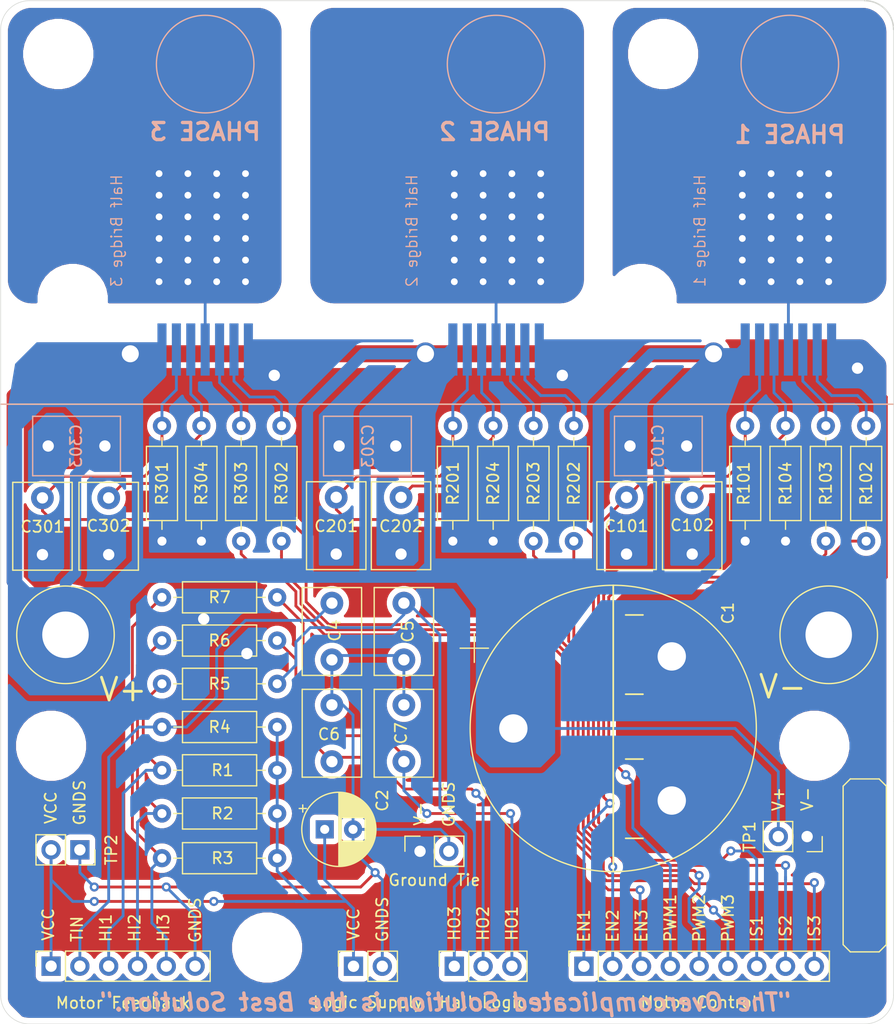
<source format=kicad_pcb>
(kicad_pcb (version 20171130) (host pcbnew 5.1.2)
  (layers (0 Top signal) (31 Bottom signal) (34 B.Paste user hide) (35 F.Paste user hide) (36 B.SilkS user) (37 F.SilkS user) (38 B.Mask user) (39 F.Mask user) (44 Edge.Cuts user))
  (net 0 "")
  (net 1 GND)
  (net 2 /OUT2)
  (net 3 /OUT1)
  (net 4 +BATT)
  (net 5 /TIN)
  (net 6 /HOUT_1)
  (net 7 /HOUT_2)
  (net 8 /HOUT_3)
  (net 9 /IS_1)
  (net 10 "Net-(C102-Pad2)")
  (net 11 /IS_2)
  (net 12 "Net-(C202-Pad2)")
  (net 13 /IS_3)
  (net 14 "Net-(C302-Pad2)")
  (net 15 VCC)
  (net 16 /EN_1)
  (net 17 /EN_2)
  (net 18 /EN_3)
  (net 19 /PWM_1)
  (net 20 /PWM_2)
  (net 21 /PWM_3)
  (net 22 /HIN_1)
  (net 23 /HIN_2)
  (net 24 /HIN_3)
  (net 25 /OUT3)
  (net 26 "Net-(R103-Pad2)")
  (net 27 "Net-(R203-Pad2)")
  (net 28 "Net-(R303-Pad2)")
  (net 29 GNDS)
  (net 30 "Net-(R102-Pad2)")
  (net 31 "Net-(R202-Pad2)")
  (net 32 "Net-(R302-Pad2)")
  (module MountingHole:MountingHole_3.2mm_M3 (layer Top) (at 112.395 120.015)
    (fp_text reference eee hide)
    (fp_text value MountingHole_3.2mm_M3)
    (pad 1 np_thru_hole circle (at 0 0) (size 3.2 3.2) (drill 3.2) (layers *.Cu *.Mask))
  )
  (module MountingHole:MountingHole_3.2mm_M3 (layer Top) (at 179.705 120.015)
    (fp_text reference eee hide)
    (fp_text value MountingHole_3.2mm_M3)
    (pad 1 np_thru_hole circle (at 0 0) (size 3.2 3.2) (drill 3.2) (layers *.Cu *.Mask))
  )
  (module MountingHole:MountingHole_3.2mm_M3 (layer Top) (at 131.445 137.795)
    (fp_text reference eee hide)
    (fp_text value MountingHole_3.2mm_M3)
    (pad 1 np_thru_hole circle (at 0 0) (size 3.2 3.2) (drill 3.2) (layers *.Cu *.Mask))
  )
  (module MountingHole:MountingHole_3.2mm_M3 (layer Top) (at 114.3 80.645)
    (fp_text reference eee hide)
    (fp_text value MountingHole_3.2mm_M3)
    (pad 1 np_thru_hole circle (at 0 0) (size 3.2 3.2) (drill 3.2) (layers *.Cu *.Mask))
  )
  (module MountingHole:MountingHole_3.2mm_M3 (layer Top) (at 164.465 80.645)
    (fp_text reference eee hide)
    (fp_text value MountingHole_3.2mm_M3)
    (pad "" np_thru_hole circle (at 0 0) (size 3.2 3.2) (drill 3.2) (layers *.Cu *.Mask) (clearance 1.5))
  )
  (module MountingHole:MountingHole_3.2mm_M3 (layer Top) (at 166.37 59.055)
    (fp_text reference eee hide)
    (fp_text value MountingHole_3.2mm_M3)
    (pad "" np_thru_hole circle (at 0 0) (size 3.2 3.2) (drill 3.2) (layers *.Cu *.Mask) (clearance 1.5))
  )
  (module MountingHole:MountingHole_3.2mm_M3 (layer Top) (at 113.03 59.055)
    (fp_text reference eee hide)
    (fp_text value MountingHole_3.2mm_M3)
    (pad "" np_thru_hole circle (at 0 0) (size 3.2 3.2) (drill 3.2) (layers *.Cu *.Mask) (clearance 1.5))
  )
  (module BTN8982_Motor_Control_Shield_Rev_1.0:CP_Radial_D25.0mm_P10.00mm_3pin_SnapIn (layer Top) (at 156.972 118.491)
    (fp_text reference C1 (at 15.113 -10.16 90) (layer F.SilkS))
    (fp_text value 1000u)
    (pad 2 thru_hole circle (at 10.16 6.35) (size 5 5) (drill 2.5) (layers *.Cu *.Mask) (net 1 GND))
    (pad 2 thru_hole circle (at 10.16 -6.35) (size 5 5) (drill 2.5) (layers *.Cu *.Mask) (net 1 GND))
    (pad 1 thru_hole circle (at -3.81 0) (size 5 5) (drill 2.5) (layers *.Cu *.Mask) (net 4 +BATT))
  )
  (module Capacitor_THT:CP_Radial_D6.3mm_P2.50mm (layer Top) (at 136.525 127.381)
    (fp_text reference C2 (at 5.08 -2.54 90) (layer F.SilkS))
    (fp_text value 47u)
    (pad 1 thru_hole rect (at 0 0) (size 1.6 1.6) (drill 0.8) (layers *.Cu *.Mask) (net 15 VCC))
    (pad 2 thru_hole circle (at 2.5 0) (size 1.6 1.6) (drill 0.8) (layers *.Cu *.Mask) (net 29 GNDS))
  )
  (module BTN8982_Motor_Control_Shield_Rev_1.0:HW-INFINEON_TO263-7-1 (layer Bottom) (at 125.984 75.946 180)
    (fp_text reference "Half Bridge 3" (at 7.239 6.35 90) (layer B.SilkS) (effects (font (size 0.9652 0.9652) (thickness 0.115824)) (justify left bottom mirror)))
    (fp_text value HW-INFINEON_BTN8982)
    (pad 1 smd rect (at -3.81 -9.15 180) (size 0.8 4.6) (layers Bottom B.Mask) (net 1 GND))
    (pad 2 smd rect (at -2.54 -9.15 180) (size 0.8 4.6) (layers Bottom B.Mask) (net 32 "Net-(R302-Pad2)"))
    (pad 3 smd rect (at -1.27 -9.15 180) (size 0.8 4.6) (layers Bottom B.Mask) (net 28 "Net-(R303-Pad2)"))
    (pad 4 smd rect (at 0 -9.15 180) (size 0.8 4.6) (layers Bottom B.Mask) (net 25 /OUT3))
    (pad 5 smd rect (at 1.27 -9.15 180) (size 0.8 4.6) (layers Bottom B.Mask) (net 14 "Net-(C302-Pad2)"))
    (pad 6 smd rect (at 2.54 -9.15 180) (size 0.8 4.6) (layers Bottom B.Mask) (net 13 /IS_3))
    (pad 7 smd rect (at 3.81 -9.15 180) (size 0.8 4.6) (layers Bottom B.Mask) (net 4 +BATT))
    (pad TAB smd rect (at 0 1.5 180) (size 10.8 12.4) (layers Bottom B.Mask) (net 25 /OUT3))
  )
  (module BTN8982_Motor_Control_Shield_Rev_1.0:HW-INFINEON_TO263-7-1 (layer Bottom) (at 151.638 75.946 180)
    (fp_text reference "Half Bridge 2" (at 6.858 6.35 90) (layer B.SilkS) (effects (font (size 0.9652 0.9652) (thickness 0.115824)) (justify left bottom mirror)))
    (fp_text value HW-INFINEON_BTN8982)
    (pad 1 smd rect (at -3.81 -9.15 180) (size 0.8 4.6) (layers Bottom B.Mask) (net 1 GND))
    (pad 2 smd rect (at -2.54 -9.15 180) (size 0.8 4.6) (layers Bottom B.Mask) (net 31 "Net-(R202-Pad2)"))
    (pad 3 smd rect (at -1.27 -9.15 180) (size 0.8 4.6) (layers Bottom B.Mask) (net 27 "Net-(R203-Pad2)"))
    (pad 4 smd rect (at 0 -9.15 180) (size 0.8 4.6) (layers Bottom B.Mask) (net 2 /OUT2))
    (pad 5 smd rect (at 1.27 -9.15 180) (size 0.8 4.6) (layers Bottom B.Mask) (net 12 "Net-(C202-Pad2)"))
    (pad 6 smd rect (at 2.54 -9.15 180) (size 0.8 4.6) (layers Bottom B.Mask) (net 11 /IS_2))
    (pad 7 smd rect (at 3.81 -9.15 180) (size 0.8 4.6) (layers Bottom B.Mask) (net 4 +BATT))
    (pad TAB smd rect (at 0 1.5 180) (size 10.8 12.4) (layers Bottom B.Mask) (net 2 /OUT2))
  )
  (module BTN8982_Motor_Control_Shield_Rev_1.0:HW-INFINEON_TO263-7-1 (layer Bottom) (at 177.419 75.946 180)
    (fp_text reference "Half Bridge 1" (at 7.239 6.35 90) (layer B.SilkS) (effects (font (size 0.9652 0.9652) (thickness 0.115824)) (justify left bottom mirror)))
    (fp_text value HW-INFINEON_BTN8982)
    (pad TAB smd rect (at 0 1.5 180) (size 10.8 12.4) (layers Bottom B.Mask) (net 3 /OUT1))
    (pad 7 smd rect (at 3.81 -9.15 180) (size 0.8 4.6) (layers Bottom B.Mask) (net 4 +BATT))
    (pad 6 smd rect (at 2.54 -9.15 180) (size 0.8 4.6) (layers Bottom B.Mask) (net 9 /IS_1))
    (pad 5 smd rect (at 1.27 -9.15 180) (size 0.8 4.6) (layers Bottom B.Mask) (net 10 "Net-(C102-Pad2)"))
    (pad 4 smd rect (at 0 -9.15 180) (size 0.8 4.6) (layers Bottom B.Mask) (net 3 /OUT1))
    (pad 3 smd rect (at -1.27 -9.15 180) (size 0.8 4.6) (layers Bottom B.Mask) (net 26 "Net-(R103-Pad2)"))
    (pad 2 smd rect (at -2.54 -9.15 180) (size 0.8 4.6) (layers Bottom B.Mask) (net 30 "Net-(R102-Pad2)"))
    (pad 1 smd rect (at -3.81 -9.15 180) (size 0.8 4.6) (layers Bottom B.Mask) (net 1 GND))
  )
  (module Resistor_THT:R_Axial_DIN0207_L6.3mm_D2.5mm_P10.16mm_Horizontal (layer Top) (at 132.715 101.981 90)
    (fp_text reference R302 (at 5.08 0 90) (layer F.SilkS))
    (fp_text value 1k)
    (pad 1 thru_hole circle (at 0 0 90) (size 1.6 1.6) (drill 0.8) (layers *.Cu *.Mask) (net 21 /PWM_3))
    (pad 2 thru_hole oval (at 10.16 0 90) (size 1.6 1.6) (drill 0.8) (layers *.Cu *.Mask) (net 32 "Net-(R302-Pad2)"))
  )
  (module Resistor_THT:R_Axial_DIN0207_L6.3mm_D2.5mm_P10.16mm_Horizontal (layer Top) (at 158.496 101.981 90)
    (fp_text reference R202 (at 5.08 0 90) (layer F.SilkS))
    (fp_text value 1k)
    (pad 1 thru_hole circle (at 0 0 90) (size 1.6 1.6) (drill 0.8) (layers *.Cu *.Mask) (net 20 /PWM_2))
    (pad 2 thru_hole oval (at 10.16 0 90) (size 1.6 1.6) (drill 0.8) (layers *.Cu *.Mask) (net 31 "Net-(R202-Pad2)"))
  )
  (module Connector_PinSocket_2.54mm:PinSocket_1x02_P2.54mm_Vertical (layer Top) (at 114.935 129.1844 270)
    (fp_text reference TP2 (at 0 -2.77 270) (layer F.SilkS))
    (fp_text value "Logic Supply")
    (pad 1 thru_hole rect (at 0 0 270) (size 1.7 1.7) (drill 1) (layers *.Cu *.Mask) (net 29 GNDS))
    (pad 2 thru_hole oval (at 0 2.54 270) (size 1.7 1.7) (drill 1) (layers *.Cu *.Mask) (net 15 VCC))
  )
  (module Connector_PinSocket_2.54mm:PinSocket_1x02_P2.54mm_Vertical (layer Top) (at 179.07 128.016 270)
    (fp_text reference TP1 (at 0 5.08 270) (layer F.SilkS))
    (fp_text value Battery)
    (pad 1 thru_hole rect (at 0 0 270) (size 1.7 1.7) (drill 1) (layers *.Cu *.Mask) (net 1 GND))
    (pad 2 thru_hole oval (at 0 2.54 270) (size 1.7 1.7) (drill 1) (layers *.Cu *.Mask) (net 4 +BATT))
  )
  (module Connector_PinSocket_2.54mm:PinSocket_1x02_P2.54mm_Vertical (layer Top) (at 144.9324 129.3114 90)
    (fp_text reference "Ground Tie" (at -2.54 1.27 180) (layer F.SilkS))
    (fp_text value "Ground Tie")
    (pad 1 thru_hole rect (at 0 0 90) (size 1.7 1.7) (drill 1) (layers *.Cu *.Mask) (net 1 GND))
    (pad 2 thru_hole oval (at 0 2.54 90) (size 1.7 1.7) (drill 1) (layers *.Cu *.Mask) (net 29 GNDS))
  )
  (module Capacitor_THT:C_Disc_D7.5mm_W5.0mm_P5.00mm (layer Bottom) (at 112.141 93.599)
    (fp_text reference C303 (at 2.46 0 90) (layer B.SilkS) (effects (justify mirror)))
    (fp_text value 100n)
    (pad 2 thru_hole circle (at 5 0) (size 2 2) (drill 1) (layers *.Cu *.Mask) (net 4 +BATT))
    (pad 1 thru_hole circle (at 0 0) (size 2 2) (drill 1) (layers *.Cu *.Mask) (net 1 GND))
  )
  (module Capacitor_THT:C_Disc_D7.5mm_W5.0mm_P5.00mm (layer Top) (at 117.475 103.171 90)
    (fp_text reference C302 (at 2.54 0 180) (layer F.SilkS))
    (fp_text value 47n)
    (pad 2 thru_hole circle (at 5 0 90) (size 2 2) (drill 1) (layers *.Cu *.Mask) (net 14 "Net-(C302-Pad2)"))
    (pad 1 thru_hole circle (at 0 0 90) (size 2 2) (drill 1) (layers *.Cu *.Mask) (net 1 GND))
  )
  (module Capacitor_THT:C_Disc_D7.5mm_W5.0mm_P5.00mm (layer Top) (at 111.633 98.171 270)
    (fp_text reference C301 (at 2.54 0 180) (layer F.SilkS))
    (fp_text value 1n)
    (pad 1 thru_hole circle (at 0 0 270) (size 2 2) (drill 1) (layers *.Cu *.Mask) (net 13 /IS_3))
    (pad 2 thru_hole circle (at 5 0 270) (size 2 2) (drill 1) (layers *.Cu *.Mask) (net 1 GND))
  )
  (module Capacitor_THT:C_Disc_D7.5mm_W5.0mm_P5.00mm (layer Bottom) (at 137.795 93.599)
    (fp_text reference C203 (at 2.54 0 -90) (layer B.SilkS) (effects (justify mirror)))
    (fp_text value 100n)
    (pad 2 thru_hole circle (at 5 0) (size 2 2) (drill 1) (layers *.Cu *.Mask) (net 4 +BATT))
    (pad 1 thru_hole circle (at 0 0) (size 2 2) (drill 1) (layers *.Cu *.Mask) (net 1 GND))
  )
  (module Capacitor_THT:C_Disc_D7.5mm_W5.0mm_P5.00mm (layer Top) (at 143.256 103.124 90)
    (fp_text reference C202 (at 2.46 0 180) (layer F.SilkS))
    (fp_text value 47n)
    (pad 2 thru_hole circle (at 5 0 90) (size 2 2) (drill 1) (layers *.Cu *.Mask) (net 12 "Net-(C202-Pad2)"))
    (pad 1 thru_hole circle (at 0 0 90) (size 2 2) (drill 1) (layers *.Cu *.Mask) (net 1 GND))
  )
  (module Capacitor_THT:C_Disc_D7.5mm_W5.0mm_P5.00mm (layer Top) (at 137.541 98.1202 270)
    (fp_text reference C201 (at 2.54 0) (layer F.SilkS))
    (fp_text value 1n)
    (pad 2 thru_hole circle (at 5 0 270) (size 2 2) (drill 1) (layers *.Cu *.Mask) (net 1 GND))
    (pad 1 thru_hole circle (at 0 0 270) (size 2 2) (drill 1) (layers *.Cu *.Mask) (net 11 /IS_2))
  )
  (module Capacitor_THT:C_Disc_D7.5mm_W5.0mm_P5.00mm (layer Bottom) (at 163.449 93.599)
    (fp_text reference C103 (at 2.46 0 -90) (layer B.SilkS) (effects (justify mirror)))
    (fp_text value 100n)
    (pad 2 thru_hole circle (at 5 0) (size 2 2) (drill 1) (layers *.Cu *.Mask) (net 4 +BATT))
    (pad 1 thru_hole circle (at 0 0) (size 2 2) (drill 1) (layers *.Cu *.Mask) (net 1 GND))
  )
  (module Capacitor_THT:C_Disc_D7.5mm_W5.0mm_P5.00mm (layer Top) (at 168.9354 103.124 90)
    (fp_text reference C102 (at 2.54 0) (layer F.SilkS))
    (fp_text value 47n)
    (pad 2 thru_hole circle (at 5 0 90) (size 2 2) (drill 1) (layers *.Cu *.Mask) (net 10 "Net-(C102-Pad2)"))
    (pad 1 thru_hole circle (at 0 0 90) (size 2 2) (drill 1) (layers *.Cu *.Mask) (net 1 GND))
  )
  (module Capacitor_THT:C_Disc_D7.5mm_W5.0mm_P5.00mm (layer Top) (at 163.1442 98.1202 270)
    (fp_text reference C101 (at 2.54 0) (layer F.SilkS))
    (fp_text value 1n)
    (pad 2 thru_hole circle (at 5 0 270) (size 2 2) (drill 1) (layers *.Cu *.Mask) (net 1 GND))
    (pad 1 thru_hole circle (at 0 0 270) (size 2 2) (drill 1) (layers *.Cu *.Mask) (net 9 /IS_1))
  )
  (module BTN8982_Motor_Control_Shield_Rev_1.0:Banana_Jack_1Pin (layer Top) (at 113.665 110.236)
    (fp_text reference V+ (at 5.08 4.826 180) (layer F.SilkS) (effects (font (size 2 2) (thickness 0.25))))
    (fp_text value Power)
    (pad 1 thru_hole circle (at 0 0) (size 8 8) (drill 4.1) (layers *.Cu *.Mask) (net 4 +BATT))
  )
  (module Connector_PinSocket_2.54mm:PinSocket_1x03_P2.54mm_Vertical (layer Top) (at 147.955 139.446 90)
    (fp_text reference "Hall Logic" (at -3.175 2.54 -180) (layer F.SilkS))
    (fp_text value "Hall Logic")
    (pad 1 thru_hole rect (at 0 0 90) (size 1.7 1.7) (drill 1) (layers *.Cu *.Mask) (net 6 /HOUT_1))
    (pad 2 thru_hole oval (at 0 2.54 90) (size 1.7 1.7) (drill 1) (layers *.Cu *.Mask) (net 7 /HOUT_2))
    (pad 3 thru_hole oval (at 0 5.08 90) (size 1.7 1.7) (drill 1) (layers *.Cu *.Mask) (net 8 /HOUT_3))
  )
  (module BTN8982_Motor_Control_Shield_Rev_1.0:Banana_Jack_1Pin (layer Bottom) (at 177.546 59.944)
    (fp_text reference "PHASE 1" (at 0 6.223) (layer B.SilkS) (effects (font (size 1.5 1.5) (thickness 0.3)) (justify mirror)))
    (fp_text value Drive)
    (pad 1 smd circle (at 0 0) (size 8 8) (layers Bottom B.Mask) (net 3 /OUT1))
  )
  (module BTN8982_Motor_Control_Shield_Rev_1.0:Banana_Jack_1Pin (layer Bottom) (at 151.638 59.944)
    (fp_text reference "PHASE 2" (at -0.127 5.969) (layer B.SilkS) (effects (font (size 1.5 1.5) (thickness 0.3)) (justify mirror)))
    (fp_text value Drive)
    (pad 1 smd circle (at 0 0) (size 8 8) (layers Bottom B.Mask) (net 2 /OUT2))
  )
  (module BTN8982_Motor_Control_Shield_Rev_1.0:Banana_Jack_1Pin (layer Bottom) (at 125.984 59.944)
    (fp_text reference "PHASE 3" (at 0 5.969) (layer B.SilkS) (effects (font (size 1.5 1.5) (thickness 0.3)) (justify mirror)))
    (fp_text value Drive)
    (pad 1 smd circle (at 0 0) (size 8 8) (layers Bottom B.Mask) (net 25 /OUT3))
  )
  (module BTN8982_Motor_Control_Shield_Rev_1.0:Banana_Jack_1Pin (layer Top) (at 180.975 110.236)
    (fp_text reference V- (at -4.064 4.572) (layer F.SilkS) (effects (font (size 2 2) (thickness 0.25))))
    (fp_text value Power)
    (pad 1 thru_hole circle (at 0 0) (size 8 8) (drill 4.1) (layers *.Cu *.Mask) (net 1 GND))
  )
  (module Capacitor_THT:C_Disc_D7.5mm_W5.0mm_P5.00mm (layer Top) (at 137.16 107.442 270)
    (fp_text reference C4 (at 2.413 -0.254 270) (layer F.SilkS))
    (fp_text value 4n7)
    (pad 2 thru_hole circle (at 5 0 270) (size 2 2) (drill 1) (layers *.Cu *.Mask) (net 29 GNDS))
    (pad 1 thru_hole circle (at 0 0 270) (size 2 2) (drill 1) (layers *.Cu *.Mask) (net 5 /TIN))
  )
  (module Capacitor_THT:C_Disc_D7.5mm_W5.0mm_P5.00mm (layer Top) (at 143.51 107.442 270)
    (fp_text reference C5 (at 2.5 -0.334 270) (layer F.SilkS))
    (fp_text value 4n7)
    (pad 1 thru_hole circle (at 0 0 270) (size 2 2) (drill 1) (layers *.Cu *.Mask) (net 6 /HOUT_1))
    (pad 2 thru_hole circle (at 5 0 270) (size 2 2) (drill 1) (layers *.Cu *.Mask) (net 29 GNDS))
  )
  (module Capacitor_THT:C_Disc_D7.5mm_W5.0mm_P5.00mm (layer Top) (at 137.16 121.412 90)
    (fp_text reference C6 (at 2.413 -0.254 180) (layer F.SilkS))
    (fp_text value 4n7)
    (pad 2 thru_hole circle (at 5 0 90) (size 2 2) (drill 1) (layers *.Cu *.Mask) (net 29 GNDS))
    (pad 1 thru_hole circle (at 0 0 90) (size 2 2) (drill 1) (layers *.Cu *.Mask) (net 7 /HOUT_2))
  )
  (module Capacitor_THT:C_Disc_D7.5mm_W5.0mm_P5.00mm (layer Top) (at 143.51 121.412 90)
    (fp_text reference C7 (at 2.5 -0.254 90) (layer F.SilkS))
    (fp_text value 4n7)
    (pad 1 thru_hole circle (at 0 0 90) (size 2 2) (drill 1) (layers *.Cu *.Mask) (net 8 /HOUT_3))
    (pad 2 thru_hole circle (at 5 0 90) (size 2 2) (drill 1) (layers *.Cu *.Mask) (net 29 GNDS))
  )
  (module Connector_PinSocket_2.54mm:PinSocket_1x02_P2.54mm_Vertical (layer Top) (at 139.065 139.446 90)
    (fp_text reference "Logic Supply" (at -3.175 1.27 180) (layer F.SilkS))
    (fp_text value "Logic Voltage Input")
    (pad 1 thru_hole rect (at 0 0 90) (size 1.7 1.7) (drill 1) (layers *.Cu *.Mask) (net 15 VCC))
    (pad 2 thru_hole oval (at 0 2.54 90) (size 1.7 1.7) (drill 1) (layers *.Cu *.Mask) (net 29 GNDS))
  )
  (module Connector_PinSocket_2.54mm:PinSocket_1x09_P2.54mm_Vertical (layer Top) (at 159.385 139.446 90)
    (fp_text reference "Motor Control" (at -3.175 10.16 180) (layer F.SilkS))
    (fp_text value "Motor Control")
    (pad 9 thru_hole oval (at 0 20.32 90) (size 1.7 1.7) (drill 1) (layers *.Cu *.Mask) (net 13 /IS_3))
    (pad 8 thru_hole oval (at 0 17.78 90) (size 1.7 1.7) (drill 1) (layers *.Cu *.Mask) (net 11 /IS_2))
    (pad 7 thru_hole oval (at 0 15.24 90) (size 1.7 1.7) (drill 1) (layers *.Cu *.Mask) (net 9 /IS_1))
    (pad 6 thru_hole oval (at 0 12.7 90) (size 1.7 1.7) (drill 1) (layers *.Cu *.Mask) (net 21 /PWM_3))
    (pad 5 thru_hole oval (at 0 10.16 90) (size 1.7 1.7) (drill 1) (layers *.Cu *.Mask) (net 20 /PWM_2))
    (pad 4 thru_hole oval (at 0 7.62 90) (size 1.7 1.7) (drill 1) (layers *.Cu *.Mask) (net 19 /PWM_1))
    (pad 3 thru_hole oval (at 0 5.08 90) (size 1.7 1.7) (drill 1) (layers *.Cu *.Mask) (net 18 /EN_3))
    (pad 2 thru_hole oval (at 0 2.54 90) (size 1.7 1.7) (drill 1) (layers *.Cu *.Mask) (net 17 /EN_2))
    (pad 1 thru_hole rect (at 0 0 90) (size 1.7 1.7) (drill 1) (layers *.Cu *.Mask) (net 16 /EN_1))
  )
  (module Connector_PinSocket_2.54mm:PinSocket_1x06_P2.54mm_Vertical (layer Top) (at 112.395 139.4368 90)
    (fp_text reference "Motor Feedback" (at -3.235 6.35 -180) (layer F.SilkS))
    (fp_text value "Motor Feedback")
    (pad 6 thru_hole oval (at 0 12.7 90) (size 1.7 1.7) (drill 1) (layers *.Cu *.Mask) (net 29 GNDS))
    (pad 5 thru_hole oval (at 0 10.16 90) (size 1.7 1.7) (drill 1) (layers *.Cu *.Mask) (net 24 /HIN_3))
    (pad 4 thru_hole oval (at 0 7.62 90) (size 1.7 1.7) (drill 1) (layers *.Cu *.Mask) (net 23 /HIN_2))
    (pad 3 thru_hole oval (at 0 5.08 90) (size 1.7 1.7) (drill 1) (layers *.Cu *.Mask) (net 22 /HIN_1))
    (pad 2 thru_hole oval (at 0 2.54 90) (size 1.7 1.7) (drill 1) (layers *.Cu *.Mask) (net 5 /TIN))
    (pad 1 thru_hole rect (at 0 0 90) (size 1.7 1.7) (drill 1) (layers *.Cu *.Mask) (net 15 VCC))
  )
  (module Resistor_THT:R_Axial_DIN0207_L6.3mm_D2.5mm_P10.16mm_Horizontal (layer Top) (at 122.174 122.174)
    (fp_text reference R1 (at 5.334 0) (layer F.SilkS))
    (fp_text value 2k2)
    (pad 2 thru_hole oval (at 10.16 0) (size 1.6 1.6) (drill 0.8) (layers *.Cu *.Mask) (net 15 VCC))
    (pad 1 thru_hole circle (at 0 0) (size 1.6 1.6) (drill 0.8) (layers *.Cu *.Mask) (net 22 /HIN_1))
  )
  (module Resistor_THT:R_Axial_DIN0207_L6.3mm_D2.5mm_P10.16mm_Horizontal (layer Top) (at 122.174 125.984)
    (fp_text reference R2 (at 5.334 0 180) (layer F.SilkS))
    (fp_text value 2k2)
    (pad 2 thru_hole oval (at 10.16 0) (size 1.6 1.6) (drill 0.8) (layers *.Cu *.Mask) (net 15 VCC))
    (pad 1 thru_hole circle (at 0 0) (size 1.6 1.6) (drill 0.8) (layers *.Cu *.Mask) (net 23 /HIN_2))
  )
  (module Resistor_THT:R_Axial_DIN0207_L6.3mm_D2.5mm_P10.16mm_Horizontal (layer Top) (at 122.174 129.921)
    (fp_text reference R3 (at 5.334 0) (layer F.SilkS))
    (fp_text value 2k2)
    (pad 2 thru_hole oval (at 10.16 0) (size 1.6 1.6) (drill 0.8) (layers *.Cu *.Mask) (net 15 VCC))
    (pad 1 thru_hole circle (at 0 0) (size 1.6 1.6) (drill 0.8) (layers *.Cu *.Mask) (net 24 /HIN_3))
  )
  (module Resistor_THT:R_Axial_DIN0207_L6.3mm_D2.5mm_P10.16mm_Horizontal (layer Top) (at 122.174 118.364)
    (fp_text reference R4 (at 5.08 0) (layer F.SilkS))
    (fp_text value 10k)
    (pad 2 thru_hole oval (at 10.16 0) (size 1.6 1.6) (drill 0.8) (layers *.Cu *.Mask) (net 15 VCC))
    (pad 1 thru_hole circle (at 0 0) (size 1.6 1.6) (drill 0.8) (layers *.Cu *.Mask) (net 5 /TIN))
  )
  (module Resistor_THT:R_Axial_DIN0207_L6.3mm_D2.5mm_P10.16mm_Horizontal (layer Top) (at 132.334 114.554 180)
    (fp_text reference R5 (at 5.08 0 180) (layer F.SilkS))
    (fp_text value 1k)
    (pad 2 thru_hole oval (at 10.16 0 180) (size 1.6 1.6) (drill 0.8) (layers *.Cu *.Mask) (net 22 /HIN_1))
    (pad 1 thru_hole circle (at 0 0 180) (size 1.6 1.6) (drill 0.8) (layers *.Cu *.Mask) (net 6 /HOUT_1))
  )
  (module Resistor_THT:R_Axial_DIN0207_L6.3mm_D2.5mm_P10.16mm_Horizontal (layer Top) (at 132.334 110.744 180)
    (fp_text reference R6 (at 5.08 0 180) (layer F.SilkS))
    (fp_text value 1k)
    (pad 1 thru_hole circle (at 0 0 180) (size 1.6 1.6) (drill 0.8) (layers *.Cu *.Mask) (net 7 /HOUT_2))
    (pad 2 thru_hole oval (at 10.16 0 180) (size 1.6 1.6) (drill 0.8) (layers *.Cu *.Mask) (net 23 /HIN_2))
  )
  (module Resistor_THT:R_Axial_DIN0207_L6.3mm_D2.5mm_P10.16mm_Horizontal (layer Top) (at 132.334 106.934 180)
    (fp_text reference R7 (at 5.08 0 180) (layer F.SilkS))
    (fp_text value 1k)
    (pad 1 thru_hole circle (at 0 0 180) (size 1.6 1.6) (drill 0.8) (layers *.Cu *.Mask) (net 8 /HOUT_3))
    (pad 2 thru_hole oval (at 10.16 0 180) (size 1.6 1.6) (drill 0.8) (layers *.Cu *.Mask) (net 24 /HIN_3))
  )
  (module Resistor_THT:R_Axial_DIN0207_L6.3mm_D2.5mm_P10.16mm_Horizontal (layer Top) (at 173.609 101.981 90)
    (fp_text reference R101 (at 5.08 -0.127 90) (layer F.SilkS))
    (fp_text value 1k)
    (pad 1 thru_hole circle (at 0 0 90) (size 1.6 1.6) (drill 0.8) (layers *.Cu *.Mask) (net 1 GND))
    (pad 2 thru_hole oval (at 10.16 0 90) (size 1.6 1.6) (drill 0.8) (layers *.Cu *.Mask) (net 9 /IS_1))
  )
  (module Resistor_THT:R_Axial_DIN0207_L6.3mm_D2.5mm_P10.16mm_Horizontal (layer Top) (at 177.165 101.981 90)
    (fp_text reference R104 (at 5.08 0 90) (layer F.SilkS))
    (fp_text value 1k)
    (pad 2 thru_hole oval (at 10.16 0 90) (size 1.6 1.6) (drill 0.8) (layers *.Cu *.Mask) (net 10 "Net-(C102-Pad2)"))
    (pad 1 thru_hole circle (at 0 0 90) (size 1.6 1.6) (drill 0.8) (layers *.Cu *.Mask) (net 1 GND))
  )
  (module Resistor_THT:R_Axial_DIN0207_L6.3mm_D2.5mm_P10.16mm_Horizontal (layer Top) (at 184.277 101.981 90)
    (fp_text reference R102 (at 5.08 0 90) (layer F.SilkS))
    (fp_text value 1k)
    (pad 1 thru_hole circle (at 0 0 90) (size 1.6 1.6) (drill 0.8) (layers *.Cu *.Mask) (net 19 /PWM_1))
    (pad 2 thru_hole oval (at 10.16 0 90) (size 1.6 1.6) (drill 0.8) (layers *.Cu *.Mask) (net 30 "Net-(R102-Pad2)"))
  )
  (module Resistor_THT:R_Axial_DIN0207_L6.3mm_D2.5mm_P10.16mm_Horizontal (layer Top) (at 180.721 101.981 90)
    (fp_text reference R103 (at 5.08 0 90) (layer F.SilkS))
    (fp_text value 1k)
    (pad 2 thru_hole oval (at 10.16 0 90) (size 1.6 1.6) (drill 0.8) (layers *.Cu *.Mask) (net 26 "Net-(R103-Pad2)"))
    (pad 1 thru_hole circle (at 0 0 90) (size 1.6 1.6) (drill 0.8) (layers *.Cu *.Mask) (net 16 /EN_1))
  )
  (module Resistor_THT:R_Axial_DIN0207_L6.3mm_D2.5mm_P10.16mm_Horizontal (layer Top) (at 147.828 101.981 90)
    (fp_text reference R201 (at 5.08 0 90) (layer F.SilkS))
    (fp_text value 1k)
    (pad 1 thru_hole circle (at 0 0 90) (size 1.6 1.6) (drill 0.8) (layers *.Cu *.Mask) (net 1 GND))
    (pad 2 thru_hole oval (at 10.16 0 90) (size 1.6 1.6) (drill 0.8) (layers *.Cu *.Mask) (net 11 /IS_2))
  )
  (module Resistor_THT:R_Axial_DIN0207_L6.3mm_D2.5mm_P10.16mm_Horizontal (layer Top) (at 151.384 101.981 90)
    (fp_text reference R204 (at 5.08 0 90) (layer F.SilkS))
    (fp_text value 1k)
    (pad 2 thru_hole oval (at 10.16 0 90) (size 1.6 1.6) (drill 0.8) (layers *.Cu *.Mask) (net 12 "Net-(C202-Pad2)"))
    (pad 1 thru_hole circle (at 0 0 90) (size 1.6 1.6) (drill 0.8) (layers *.Cu *.Mask) (net 1 GND))
  )
  (module Resistor_THT:R_Axial_DIN0207_L6.3mm_D2.5mm_P10.16mm_Horizontal (layer Top) (at 154.94 101.981 90)
    (fp_text reference R203 (at 5.08 0 90) (layer F.SilkS))
    (fp_text value 1k)
    (pad 2 thru_hole oval (at 10.16 0 90) (size 1.6 1.6) (drill 0.8) (layers *.Cu *.Mask) (net 27 "Net-(R203-Pad2)"))
    (pad 1 thru_hole circle (at 0 0 90) (size 1.6 1.6) (drill 0.8) (layers *.Cu *.Mask) (net 17 /EN_2))
  )
  (module Resistor_THT:R_Axial_DIN0207_L6.3mm_D2.5mm_P10.16mm_Horizontal (layer Top) (at 122.174 101.981 90)
    (fp_text reference R301 (at 5.08 0 90) (layer F.SilkS))
    (fp_text value 1k)
    (pad 2 thru_hole oval (at 10.16 0 90) (size 1.6 1.6) (drill 0.8) (layers *.Cu *.Mask) (net 13 /IS_3))
    (pad 1 thru_hole circle (at 0 0 90) (size 1.6 1.6) (drill 0.8) (layers *.Cu *.Mask) (net 1 GND))
  )
  (module Resistor_THT:R_Axial_DIN0207_L6.3mm_D2.5mm_P10.16mm_Horizontal (layer Top) (at 125.6538 101.981 90)
    (fp_text reference R304 (at 5.08 0 90) (layer F.SilkS))
    (fp_text value 1k)
    (pad 2 thru_hole oval (at 10.16 0 90) (size 1.6 1.6) (drill 0.8) (layers *.Cu *.Mask) (net 14 "Net-(C302-Pad2)"))
    (pad 1 thru_hole circle (at 0 0 90) (size 1.6 1.6) (drill 0.8) (layers *.Cu *.Mask) (net 1 GND))
  )
  (module Resistor_THT:R_Axial_DIN0207_L6.3mm_D2.5mm_P10.16mm_Horizontal (layer Top) (at 129.159 101.981 90)
    (fp_text reference R303 (at 5.08 0 90) (layer F.SilkS))
    (fp_text value 1k)
    (pad 2 thru_hole oval (at 10.16 0 90) (size 1.6 1.6) (drill 0.8) (layers *.Cu *.Mask) (net 28 "Net-(R303-Pad2)"))
    (pad 1 thru_hole circle (at 0 0 90) (size 1.6 1.6) (drill 0.8) (layers *.Cu *.Mask) (net 18 /EN_3))
  )
  (gr_text HO3 (at 147.955 137.287 90) (layer F.SilkS) (effects (font (size 1 1)) (justify left)))
  (gr_text - (at 163.83 128.016) (layer F.SilkS) (effects (font (size 2 2))))
  (gr_text - (at 163.83 121.031) (layer F.SilkS) (effects (font (size 2 2))))
  (gr_text - (at 163.83 115.316) (layer F.SilkS) (effects (font (size 2 2))))
  (gr_text - (at 163.83 108.331) (layer F.SilkS) (effects (font (size 2 2))))
  (gr_text "Matthew Payor" (at 183.515 130.556 90) (layer Top) (effects (font (size 1.25 1.25) (thickness 0.2))))
  (gr_line (start 182.245 137.541) (end 182.245 123.571) (layer F.SilkS) (width 0.12))
  (gr_line (start 182.88 138.176) (end 182.245 137.541) (layer F.SilkS) (width 0.12))
  (gr_line (start 185.42 138.176) (end 182.88 138.176) (layer F.SilkS) (width 0.12))
  (gr_line (start 186.055 137.541) (end 185.42 138.176) (layer F.SilkS) (width 0.12))
  (gr_line (start 186.055 123.571) (end 186.055 137.541) (layer F.SilkS) (width 0.12))
  (gr_line (start 185.42 122.936) (end 186.055 123.571) (layer F.SilkS) (width 0.12))
  (gr_line (start 182.88 122.936) (end 185.42 122.936) (layer F.SilkS) (width 0.12))
  (gr_line (start 182.245 123.571) (end 182.88 122.936) (layer F.SilkS) (width 0.12))
  (gr_text "BLDC Driver Rev01 2019" (at 185.42 130.556 90) (layer Top) (effects (font (size 0.7 0.7) (thickness 0.1))))
  (gr_text "\"The Overcomplicated Solution is the Best Solution.\"" (at 147.32 142.621) (layer B.SilkS) (effects (font (size 1.5 1.5) (thickness 0.3) italic) (justify mirror)))
  (gr_line (start 107.95 89.916) (end 186.69 89.916) (layer F.SilkS) (width 0.12))
  (gr_text GNDS (at 125.095 135.382 90) (layer F.SilkS) (effects (font (size 1 1))))
  (gr_arc (start 184.15 141.986) (end 184.15 144.526) (angle -90) (layer Edge.Cuts) (width 0.05))
  (gr_arc (start 110.49 141.986) (end 107.95 141.986) (angle -90) (layer Edge.Cuts) (width 0.05))
  (gr_line (start 107.95 141.986) (end 107.95 115.316) (layer Edge.Cuts) (width 0.05))
  (gr_line (start 184.15 144.526) (end 110.49 144.526) (layer Edge.Cuts) (width 0.05))
  (gr_line (start 186.69 117.856) (end 186.69 141.986) (layer Edge.Cuts) (width 0.05))
  (gr_arc (start 184.15 56.896) (end 186.69 56.896) (angle -90) (layer Edge.Cuts) (width 0.12))
  (gr_arc (start 110.49 56.896) (end 110.49 54.356) (angle -90) (layer Edge.Cuts) (width 0.05))
  (gr_line (start 107.95 89.916) (end 186.69 89.916) (layer B.SilkS) (width 0.12))
  (gr_text V+ (at 176.53 125.857 90) (layer F.SilkS) (effects (font (size 1 1)) (justify left)))
  (gr_text VCC (at 112.3696 127 90) (layer F.SilkS) (effects (font (size 1 1)) (justify left)))
  (gr_text GNDS (at 114.9096 127.127 90) (layer F.SilkS) (effects (font (size 1 1)) (justify left)))
  (gr_text V- (at 179.07 125.857 90) (layer F.SilkS) (effects (font (size 1 1)) (justify left)))
  (gr_text VCC (at 139.065 137.287 90) (layer F.SilkS) (effects (font (size 1 1)) (justify left)))
  (gr_text GNDS (at 141.605 137.414 90) (layer F.SilkS) (effects (font (size 1 1)) (justify left)))
  (gr_text GNDS (at 147.4724 127.2794 90) (layer F.SilkS) (effects (font (size 1 1)) (justify left)))
  (gr_text V- (at 144.9324 127.1524 90) (layer F.SilkS) (effects (font (size 1 1)) (justify left)))
  (gr_line (start 186.69 89.916) (end 186.69 117.856) (layer Edge.Cuts) (width 0.05))
  (gr_line (start 107.95 89.916) (end 107.95 115.316) (layer Edge.Cuts) (width 0.05))
  (gr_line (start 186.69 56.896) (end 186.69 89.916) (layer Edge.Cuts) (width 0.05))
  (gr_line (start 107.95 56.896) (end 107.95 89.916) (layer Edge.Cuts) (width 0.05))
  (gr_line (start 184.15 54.356) (end 110.49 54.356) (layer Edge.Cuts) (width 0.05))
  (gr_text HO1 (at 153.035 137.287 90) (layer F.SilkS) (effects (font (size 1 1)) (justify left)))
  (gr_text HO2 (at 150.495 137.287 90) (layer F.SilkS) (effects (font (size 1 1)) (justify left)))
  (gr_text VCC (at 112.141 137.287 90) (layer F.SilkS) (effects (font (size 1 1)) (justify left)))
  (gr_text TIN (at 114.681 137.4048 90) (layer F.SilkS) (effects (font (size 1 1)) (justify left)))
  (gr_text HI1 (at 117.221 137.4048 90) (layer F.SilkS) (effects (font (size 1 1)) (justify left)))
  (gr_text HI2 (at 119.761 137.4048 90) (layer F.SilkS) (effects (font (size 1 1)) (justify left)))
  (gr_text HI3 (at 122.301 137.4048 90) (layer F.SilkS) (effects (font (size 1 1)) (justify left)))
  (gr_text IS3 (at 179.705 137.414 90) (layer F.SilkS) (effects (font (size 1 1)) (justify left)))
  (gr_text IS2 (at 177.165 137.414 90) (layer F.SilkS) (effects (font (size 1 1)) (justify left)))
  (gr_text IS1 (at 174.625 137.414 90) (layer F.SilkS) (effects (font (size 1 1)) (justify left)))
  (gr_text PWM3 (at 172.085 137.414 90) (layer F.SilkS) (effects (font (size 1 1)) (justify left)))
  (gr_text PWM2 (at 169.545 137.414 90) (layer F.SilkS) (effects (font (size 1 1)) (justify left)))
  (gr_text PWM1 (at 167.005 137.414 90) (layer F.SilkS) (effects (font (size 1 1)) (justify left)))
  (gr_text EN3 (at 164.465 135.89 90) (layer F.SilkS) (effects (font (size 1 1))))
  (gr_text EN2 (at 161.925 135.89 90) (layer F.SilkS) (effects (font (size 1 1))))
  (gr_text EN1 (at 159.385 135.89 90) (layer F.SilkS) (effects (font (size 1 1))))
  (via (at 129.667 111.887) (size 1.6) (drill 1) (layers Top Bottom) (net 1))
  (via (at 125.857 108.839) (size 1.6) (drill 1) (layers Top Bottom) (net 1))
  (via (at 157.48 87.376) (size 1.6) (drill 1) (layers Top Bottom) (net 1))
  (via (at 132.08 87.376) (size 1.6) (drill 1) (layers Top Bottom) (net 1))
  (segment (start 146.685 103.124) (end 147.828 101.981) (width 1) (layer Top) (net 1))
  (segment (start 143.256 103.124) (end 146.685 103.124) (width 1) (layer Top) (net 1))
  (segment (start 120.984 103.171) (end 122.174 101.981) (width 1) (layer Top) (net 1))
  (segment (start 117.475 103.171) (end 120.984 103.171) (width 1) (layer Top) (net 1))
  (segment (start 172.466 103.124) (end 173.609 101.981) (width 1) (layer Top) (net 1))
  (segment (start 168.9354 103.124) (end 172.466 103.124) (width 1) (layer Top) (net 1))
  (segment (start 112.141 91.44) (end 112.141 93.599) (width 1.5) (layer Top) (net 1))
  (segment (start 114.3 89.281) (end 112.141 91.44) (width 1.5) (layer Top) (net 1))
  (segment (start 137.795 93.599) (end 137.795 91.186) (width 1.5) (layer Top) (net 1))
  (segment (start 137.795 91.186) (end 139.7 89.281) (width 1.5) (layer Top) (net 1))
  (segment (start 179.705 89.281) (end 180.34 89.281) (width 1.5) (layer Top) (net 1))
  (segment (start 180.34 89.281) (end 180.975 89.281) (width 1.5) (layer Top) (net 1))
  (segment (start 180.975 89.281) (end 182.245 89.281) (width 1.5) (layer Top) (net 1))
  (segment (start 182.245 89.281) (end 183.515 88.011) (width 1.5) (layer Top) (net 1))
  (via (at 183.515 86.741) (size 1.6) (drill 1) (layers Top Bottom) (net 1))
  (segment (start 183.515 88.011) (end 183.515 86.741) (width 1.5) (layer Top) (net 1))
  (segment (start 163.449 93.599) (end 163.449 90.932) (width 1.5) (layer Top) (net 1))
  (segment (start 161.29 89.281) (end 165.1 89.281) (width 1.5) (layer Top) (net 1))
  (segment (start 163.449 90.932) (end 165.1 89.281) (width 1.5) (layer Top) (net 1))
  (segment (start 165.1 89.281) (end 179.705 89.281) (width 1.5) (layer Top) (net 1))
  (segment (start 132.08 87.376) (end 133.985 89.281) (width 1.5) (layer Top) (net 1))
  (segment (start 157.48 87.376) (end 159.385 89.281) (width 1.5) (layer Top) (net 1))
  (segment (start 161.29 89.281) (end 159.385 89.281) (width 1.5) (layer Top) (net 1))
  (segment (start 159.385 89.281) (end 114.3 89.281) (width 1.5) (layer Top) (net 1))
  (segment (start 167.132 112.141) (end 167.132 124.841) (width 4) (layer Top) (net 1))
  (segment (start 128.143 110.363) (end 129.667 111.887) (width 0.75) (layer Top) (net 1))
  (segment (start 125.857 108.839) (end 127.381 110.363) (width 0.75) (layer Top) (net 1))
  (segment (start 127.381 110.363) (end 128.143 110.363) (width 0.75) (layer Top) (net 1))
  (segment (start 167.132 112.141) (end 172.339 112.141) (width 3) (layer Top) (net 1))
  (segment (start 174.244 110.236) (end 180.975 110.236) (width 3) (layer Top) (net 1))
  (segment (start 172.339 112.141) (end 174.244 110.236) (width 3) (layer Top) (net 1))
  (segment (start 186.055 89.281) (end 183.515 86.741) (width 0.25) (layer Top) (net 1))
  (segment (start 180.975 110.236) (end 186.055 105.156) (width 0.25) (layer Top) (net 1))
  (segment (start 186.055 105.156) (end 186.055 89.281) (width 0.25) (layer Top) (net 1))
  (via (at 150.495 77.216) (size 1.6) (drill 0.6) (layers Top Bottom) (net 2))
  (via (at 147.955 79.121) (size 1.6) (drill 0.6) (layers Top Bottom) (net 2))
  (via (at 155.575 79.121) (size 1.6) (drill 0.6) (layers Top Bottom) (net 2))
  (via (at 147.955 71.501) (size 1.6) (drill 0.6) (layers Top Bottom) (net 2))
  (via (at 150.495 71.501) (size 1.6) (drill 0.6) (layers Top Bottom) (net 2))
  (via (at 150.495 79.121) (size 1.6) (drill 0.6) (layers Top Bottom) (net 2))
  (via (at 153.035 77.216) (size 1.6) (drill 0.6) (layers Top Bottom) (net 2))
  (via (at 153.035 69.596) (size 1.6) (drill 0.6) (layers Top Bottom) (net 2))
  (via (at 155.575 71.501) (size 1.6) (drill 0.6) (layers Top Bottom) (net 2))
  (via (at 147.955 73.406) (size 1.6) (drill 0.6) (layers Top Bottom) (net 2))
  (via (at 155.575 77.216) (size 1.6) (drill 0.6) (layers Top Bottom) (net 2))
  (via (at 153.035 71.501) (size 1.6) (drill 0.6) (layers Top Bottom) (net 2))
  (via (at 147.955 69.596) (size 1.6) (drill 0.6) (layers Top Bottom) (net 2))
  (via (at 153.035 79.121) (size 1.6) (drill 0.6) (layers Top Bottom) (net 2))
  (via (at 150.495 69.596) (size 1.6) (drill 0.6) (layers Top Bottom) (net 2))
  (via (at 155.575 75.311) (size 1.6) (drill 0.6) (layers Top Bottom) (net 2))
  (via (at 150.495 75.311) (size 1.6) (drill 0.6) (layers Top Bottom) (net 2))
  (via (at 153.035 73.406) (size 1.6) (drill 0.6) (layers Top Bottom) (net 2))
  (via (at 155.575 73.406) (size 1.6) (drill 0.6) (layers Top Bottom) (net 2))
  (via (at 147.955 75.311) (size 1.6) (drill 0.6) (layers Top Bottom) (net 2))
  (via (at 153.035 75.311) (size 1.6) (drill 0.6) (layers Top Bottom) (net 2))
  (via (at 147.955 77.216) (size 1.6) (drill 0.6) (layers Top Bottom) (net 2))
  (via (at 150.495 73.406) (size 1.6) (drill 0.6) (layers Top Bottom) (net 2))
  (via (at 155.575 69.596) (size 1.6) (drill 0.6) (layers Top Bottom) (net 2))
  (segment (start 151.638 85.096) (end 151.638 74.446) (width 0.25) (layer Bottom) (net 2))
  (via (at 173.355 69.596) (size 1.6) (drill 0.6) (layers Top Bottom) (net 3))
  (via (at 180.975 69.596) (size 1.6) (drill 0.6) (layers Top Bottom) (net 3))
  (via (at 175.895 69.596) (size 1.6) (drill 0.6) (layers Top Bottom) (net 3))
  (via (at 178.435 69.596) (size 1.6) (drill 0.6) (layers Top Bottom) (net 3))
  (via (at 173.355 71.501) (size 1.6) (drill 0.6) (layers Top Bottom) (net 3))
  (via (at 180.975 71.501) (size 1.6) (drill 0.6) (layers Top Bottom) (net 3))
  (via (at 175.895 71.501) (size 1.6) (drill 0.6) (layers Top Bottom) (net 3))
  (via (at 178.435 71.501) (size 1.6) (drill 0.6) (layers Top Bottom) (net 3))
  (via (at 173.355 73.406) (size 1.6) (drill 0.6) (layers Top Bottom) (net 3))
  (via (at 180.975 73.406) (size 1.6) (drill 0.6) (layers Top Bottom) (net 3))
  (via (at 175.895 73.406) (size 1.6) (drill 0.6) (layers Top Bottom) (net 3))
  (via (at 178.435 73.406) (size 1.6) (drill 0.6) (layers Top Bottom) (net 3))
  (via (at 173.355 75.311) (size 1.6) (drill 0.6) (layers Top Bottom) (net 3))
  (via (at 180.975 75.311) (size 1.6) (drill 0.6) (layers Top Bottom) (net 3))
  (via (at 175.895 75.311) (size 1.6) (drill 0.6) (layers Top Bottom) (net 3))
  (via (at 178.435 75.311) (size 1.6) (drill 0.6) (layers Top Bottom) (net 3))
  (via (at 173.355 77.216) (size 1.6) (drill 0.6) (layers Top Bottom) (net 3))
  (via (at 180.975 77.216) (size 1.6) (drill 0.6) (layers Top Bottom) (net 3))
  (via (at 175.895 77.216) (size 1.6) (drill 0.6) (layers Top Bottom) (net 3))
  (via (at 178.435 77.216) (size 1.6) (drill 0.6) (layers Top Bottom) (net 3))
  (via (at 180.975 79.121) (size 1.6) (drill 0.6) (layers Top Bottom) (net 3))
  (via (at 178.435 79.121) (size 1.6) (drill 0.6) (layers Top Bottom) (net 3))
  (via (at 175.895 79.121) (size 1.6) (drill 0.6) (layers Top Bottom) (net 3))
  (via (at 173.355 79.121) (size 1.6) (drill 0.6) (layers Top Bottom) (net 3))
  (segment (start 177.419 82.546) (end 177.419 74.446) (width 0.25) (layer Bottom) (net 3))
  (segment (start 177.419 85.096) (end 177.419 82.546) (width 0.25) (layer Bottom) (net 3))
  (segment (start 113.665 110.236) (end 118.745 105.156) (width 1) (layer Bottom) (net 4))
  (segment (start 122.043999 87.252001) (end 122.043999 85.096) (width 1) (layer Bottom) (net 4))
  (segment (start 117.141 92.155) (end 120.015 89.281) (width 1) (layer Bottom) (net 4))
  (segment (start 117.141 93.599) (end 117.141 92.155) (width 1) (layer Bottom) (net 4))
  (segment (start 142.795 93.599) (end 142.795 91.901) (width 1) (layer Bottom) (net 4))
  (segment (start 168.449 93.599) (end 168.449 91.647) (width 1) (layer Bottom) (net 4))
  (segment (start 173.478999 86.617001) (end 173.478999 85.096) (width 1) (layer Bottom) (net 4))
  (segment (start 145.796 88.9) (end 145.796 104.14) (width 1) (layer Bottom) (net 4))
  (segment (start 144.78 105.156) (end 147.955 105.156) (width 1) (layer Bottom) (net 4))
  (segment (start 145.796 104.14) (end 144.78 105.156) (width 1) (layer Bottom) (net 4))
  (segment (start 142.795 91.901) (end 145.796 88.9) (width 1) (layer Bottom) (net 4))
  (segment (start 120.015 103.886) (end 118.745 105.156) (width 1) (layer Bottom) (net 4))
  (segment (start 120.015 89.281) (end 120.015 103.886) (width 1) (layer Bottom) (net 4))
  (segment (start 168.449 91.647) (end 171.45 88.646) (width 1) (layer Bottom) (net 4))
  (segment (start 171.45 88.646) (end 173.478999 86.617001) (width 1) (layer Bottom) (net 4))
  (segment (start 171.45 89.281) (end 171.45 88.646) (width 1) (layer Bottom) (net 4))
  (via (at 170.815 85.471) (size 2) (drill 1.5) (layers Top Bottom) (net 4))
  (segment (start 171.45 103.569402) (end 171.45 89.281) (width 1) (layer Bottom) (net 4))
  (via (at 145.415 85.471) (size 2) (drill 1.5) (layers Top Bottom) (net 4))
  (via (at 119.38 85.471) (size 2) (drill 1.5) (layers Top Bottom) (net 4))
  (segment (start 120.015 89.281) (end 120.65 88.646) (width 1) (layer Bottom) (net 4))
  (segment (start 120.65 88.646) (end 122.043999 87.252001) (width 1) (layer Bottom) (net 4))
  (segment (start 176.53 128.016) (end 176.53 126.111) (width 0.25) (layer Bottom) (net 4))
  (segment (start 172.72 118.491) (end 153.162 118.491) (width 0.25) (layer Bottom) (net 4))
  (segment (start 147.955 105.156) (end 149.86 105.156) (width 1) (layer Bottom) (net 4))
  (segment (start 146.05 88.646) (end 145.796 88.9) (width 1) (layer Bottom) (net 4))
  (segment (start 147.68937 85.471) (end 147.697999 85.462371) (width 1) (layer Bottom) (net 4))
  (segment (start 147.697999 85.462371) (end 147.697999 86.998001) (width 1) (layer Bottom) (net 4))
  (segment (start 147.697999 86.998001) (end 146.05 88.646) (width 1) (layer Bottom) (net 4))
  (segment (start 145.415 85.471) (end 119.38 85.471) (width 1.5) (layer Top) (net 4))
  (segment (start 145.415 85.471) (end 170.815 85.471) (width 1.5) (layer Top) (net 4))
  (segment (start 121.668999 85.471) (end 122.043999 85.096) (width 1) (layer Bottom) (net 4))
  (segment (start 119.38 85.471) (end 121.668999 85.471) (width 1) (layer Bottom) (net 4))
  (segment (start 147.322999 85.471) (end 147.697999 85.096) (width 1) (layer Bottom) (net 4))
  (segment (start 145.415 85.471) (end 147.322999 85.471) (width 1) (layer Bottom) (net 4))
  (segment (start 173.103999 85.471) (end 173.478999 85.096) (width 1) (layer Bottom) (net 4))
  (segment (start 170.815 85.471) (end 173.103999 85.471) (width 1) (layer Bottom) (net 4))
  (segment (start 172.72 118.491) (end 176.53 122.301) (width 0.25) (layer Bottom) (net 4))
  (segment (start 176.53 122.301) (end 176.53 126.111) (width 0.25) (layer Bottom) (net 4))
  (segment (start 117.308998 85.471) (end 118.24863 85.471) (width 1) (layer Bottom) (net 4))
  (segment (start 113.665 110.236) (end 108.97501 105.54601) (width 1) (layer Bottom) (net 4))
  (segment (start 113.665 105.664) (end 114.554 104.775) (width 1) (layer Bottom) (net 4))
  (segment (start 113.665 110.236) (end 113.665 105.664) (width 1) (layer Bottom) (net 4))
  (segment (start 108.97501 105.54601) (end 108.97501 93.804988) (width 1) (layer Bottom) (net 4))
  (segment (start 118.24863 85.471) (end 119.38 85.471) (width 1) (layer Bottom) (net 4))
  (segment (start 169.863402 105.156) (end 171.45 103.569402) (width 1) (layer Bottom) (net 4))
  (segment (start 169.863402 105.156) (end 166.497 105.156) (width 1) (layer Bottom) (net 4))
  (segment (start 142.795 88.091) (end 145.415 85.471) (width 1) (layer Bottom) (net 4))
  (segment (start 142.795 93.599) (end 142.795 88.091) (width 1) (layer Bottom) (net 4))
  (segment (start 168.449 87.837) (end 170.815 85.471) (width 1) (layer Bottom) (net 4))
  (segment (start 168.449 93.599) (end 168.449 87.837) (width 1) (layer Bottom) (net 4))
  (segment (start 114.554 96.186) (end 117.141 93.599) (width 1) (layer Bottom) (net 4))
  (segment (start 114.554 104.775) (end 114.554 96.186) (width 1) (layer Bottom) (net 4))
  (segment (start 108.97501 105.54601) (end 108.97501 89.14499) (width 1) (layer Top) (net 4))
  (segment (start 113.665 110.236) (end 108.97501 105.54601) (width 1) (layer Top) (net 4))
  (segment (start 112.649 85.471) (end 119.38 85.471) (width 1) (layer Top) (net 4))
  (segment (start 108.97501 89.14499) (end 112.649 85.471) (width 1) (layer Top) (net 4))
  (segment (start 160.655 104.775) (end 160.655 90.17) (width 1) (layer Bottom) (net 4))
  (segment (start 160.274 105.156) (end 160.655 104.775) (width 1) (layer Bottom) (net 4))
  (segment (start 149.86 105.156) (end 160.274 105.156) (width 1) (layer Bottom) (net 4))
  (segment (start 165.354 85.471) (end 170.815 85.471) (width 1) (layer Bottom) (net 4))
  (segment (start 160.655 90.17) (end 165.354 85.471) (width 1) (layer Bottom) (net 4))
  (segment (start 135.001 105.156) (end 135.001 90.424) (width 1) (layer Bottom) (net 4))
  (segment (start 118.745 105.156) (end 135.001 105.156) (width 1) (layer Bottom) (net 4))
  (segment (start 139.954 85.471) (end 145.415 85.471) (width 1) (layer Bottom) (net 4))
  (segment (start 135.001 90.424) (end 139.954 85.471) (width 1) (layer Bottom) (net 4))
  (segment (start 140.081 90.805) (end 142.795 88.091) (width 1) (layer Bottom) (net 4))
  (segment (start 140.081 105.156) (end 140.081 90.805) (width 1) (layer Bottom) (net 4))
  (segment (start 140.081 105.156) (end 144.78 105.156) (width 1) (layer Bottom) (net 4))
  (segment (start 135.001 105.156) (end 140.081 105.156) (width 1) (layer Bottom) (net 4))
  (segment (start 165.989 105.156) (end 165.989 90.297) (width 1) (layer Bottom) (net 4))
  (segment (start 165.989 105.156) (end 169.863402 105.156) (width 1) (layer Bottom) (net 4))
  (segment (start 165.989 90.297) (end 168.449 87.837) (width 1) (layer Bottom) (net 4))
  (segment (start 160.274 105.156) (end 165.989 105.156) (width 1) (layer Bottom) (net 4))
  (segment (start 122.174 118.364) (end 120.142 118.364) (width 0.25) (layer Bottom) (net 5))
  (segment (start 120.142 118.364) (end 117.475 121.031) (width 0.25) (layer Bottom) (net 5))
  (segment (start 117.475 121.031) (end 117.475 133.731) (width 0.25) (layer Bottom) (net 5))
  (segment (start 114.935 136.271) (end 114.935 139.4368) (width 0.25) (layer Bottom) (net 5))
  (segment (start 117.475 133.731) (end 114.935 136.271) (width 0.25) (layer Bottom) (net 5))
  (segment (start 135.636 108.966) (end 137.16 107.442) (width 0.25) (layer Bottom) (net 5))
  (segment (start 127 115.697) (end 127 111.506) (width 0.25) (layer Bottom) (net 5))
  (segment (start 129.54 108.966) (end 135.636 108.966) (width 0.25) (layer Bottom) (net 5))
  (segment (start 127 111.506) (end 129.54 108.966) (width 0.25) (layer Bottom) (net 5))
  (segment (start 122.174 118.364) (end 124.333 118.364) (width 0.25) (layer Bottom) (net 5))
  (segment (start 124.333 118.364) (end 127 115.697) (width 0.25) (layer Bottom) (net 5))
  (segment (start 143.51 108.331) (end 143.51 107.061) (width 0.25) (layer Bottom) (net 6))
  (segment (start 142.367 109.601) (end 143.51 108.458) (width 0.25) (layer Bottom) (net 6))
  (segment (start 133.985 110.871) (end 135.255 109.601) (width 0.25) (layer Bottom) (net 6))
  (segment (start 143.51 108.458) (end 143.51 107.442) (width 0.25) (layer Bottom) (net 6))
  (segment (start 132.334 114.554) (end 133.985 112.903) (width 0.25) (layer Bottom) (net 6))
  (segment (start 135.255 109.601) (end 142.367 109.601) (width 0.25) (layer Bottom) (net 6))
  (segment (start 133.985 112.903) (end 133.985 110.871) (width 0.25) (layer Bottom) (net 6))
  (segment (start 143.51 107.442) (end 143.891 107.442) (width 0.25) (layer Bottom) (net 6))
  (segment (start 146.3675 109.9185) (end 146.431705 109.982705) (width 0.25) (layer Bottom) (net 6))
  (segment (start 143.891 107.442) (end 146.3675 109.9185) (width 0.25) (layer Bottom) (net 6))
  (segment (start 148.971 127.762) (end 148.971 131.445) (width 0.25) (layer Bottom) (net 6))
  (segment (start 146.685 125.476) (end 148.971 127.762) (width 0.25) (layer Bottom) (net 6))
  (segment (start 147.955 132.461) (end 147.955 139.446) (width 0.25) (layer Bottom) (net 6))
  (segment (start 146.3675 109.9185) (end 146.685 110.236) (width 0.25) (layer Bottom) (net 6))
  (segment (start 148.971 131.445) (end 147.955 132.461) (width 0.25) (layer Bottom) (net 6))
  (segment (start 146.685 110.236) (end 146.685 125.476) (width 0.25) (layer Bottom) (net 6))
  (segment (start 137.16 121.031) (end 140.716 121.031) (width 0.25) (layer Top) (net 7))
  (segment (start 140.716 121.031) (end 143.51 123.825) (width 0.25) (layer Top) (net 7))
  (segment (start 143.51 123.825) (end 145.415 123.825) (width 0.25) (layer Top) (net 7))
  (segment (start 133.985 118.237) (end 137.16 121.412) (width 0.25) (layer Top) (net 7))
  (segment (start 132.334 110.744) (end 133.985 112.395) (width 0.25) (layer Top) (net 7))
  (segment (start 133.985 112.395) (end 133.985 118.237) (width 0.25) (layer Top) (net 7))
  (segment (start 150.495 132.461) (end 150.495 139.446) (width 0.25) (layer Bottom) (net 7))
  (segment (start 145.415 123.825) (end 149.479 123.825) (width 0.25) (layer Top) (net 7))
  (via (at 149.86 124.206) (size 0.8) (drill 0.4) (layers Top Bottom) (net 7))
  (segment (start 149.479 123.825) (end 149.86 124.206) (width 0.25) (layer Top) (net 7))
  (segment (start 149.86 124.206) (end 150.495 124.841) (width 0.25) (layer Bottom) (net 7))
  (segment (start 150.495 124.841) (end 150.495 132.461) (width 0.25) (layer Bottom) (net 7))
  (segment (start 143.51 123.952) (end 145.542 125.984) (width 0.25) (layer Bottom) (net 8))
  (segment (start 143.51 121.031) (end 143.51 123.952) (width 0.25) (layer Bottom) (net 8))
  (segment (start 143.51 120.904) (end 143.51 121.412) (width 0.25) (layer Top) (net 8))
  (segment (start 141.732 119.126) (end 143.51 120.904) (width 0.25) (layer Top) (net 8))
  (segment (start 134.62 117.85459) (end 135.89141 119.126) (width 0.25) (layer Top) (net 8))
  (segment (start 135.89141 119.126) (end 141.732 119.126) (width 0.25) (layer Top) (net 8))
  (segment (start 132.334 106.934) (end 134.62 109.22) (width 0.25) (layer Top) (net 8))
  (segment (start 134.62 109.22) (end 134.62 117.85459) (width 0.25) (layer Top) (net 8))
  (via (at 145.542 125.984) (size 0.8) (drill 0.4) (layers Top Bottom) (net 8))
  (via (at 152.908 125.984) (size 0.8) (drill 0.4) (layers Top Bottom) (net 8))
  (segment (start 145.542 125.984) (end 151.638 125.984) (width 0.25) (layer Top) (net 8))
  (segment (start 152.908 125.984) (end 151.638 125.984) (width 0.25) (layer Top) (net 8))
  (segment (start 153.035 126.111) (end 152.908 125.984) (width 0.25) (layer Bottom) (net 8))
  (segment (start 153.035 139.446) (end 153.035 126.111) (width 0.25) (layer Bottom) (net 8))
  (segment (start 173.609 91.821) (end 173.609 89.916) (width 0.25) (layer Bottom) (net 9))
  (segment (start 174.879 88.646) (end 174.879 85.096) (width 0.25) (layer Bottom) (net 9))
  (segment (start 173.609 89.916) (end 174.879 88.646) (width 0.25) (layer Bottom) (net 9))
  (segment (start 173.609 94.742) (end 173.609 91.821) (width 0.25) (layer Top) (net 9))
  (segment (start 172.085 96.266) (end 173.609 94.742) (width 0.25) (layer Top) (net 9))
  (segment (start 163.1442 98.1202) (end 164.9984 96.266) (width 0.25) (layer Top) (net 9))
  (segment (start 164.9984 96.266) (end 172.085 96.266) (width 0.25) (layer Top) (net 9))
  (segment (start 174.625 139.446) (end 174.625 133.477) (width 0.25) (layer Bottom) (net 9))
  (segment (start 174.625 133.477) (end 174.625 133.223) (width 0.25) (layer Bottom) (net 9))
  (via (at 172.339 129.286) (size 0.8) (drill 0.4) (layers Top Bottom) (net 9))
  (segment (start 174.625 133.096) (end 174.625 133.477) (width 0.25) (layer Bottom) (net 9))
  (segment (start 174.625 130.048) (end 174.625 133.096) (width 0.25) (layer Bottom) (net 9))
  (segment (start 172.339 129.286) (end 173.863 129.286) (width 0.25) (layer Bottom) (net 9))
  (segment (start 173.863 129.286) (end 174.625 130.048) (width 0.25) (layer Bottom) (net 9))
  (segment (start 171.51901 130.10599) (end 172.339 129.286) (width 0.25) (layer Top) (net 9))
  (segment (start 164.0164 130.10599) (end 171.51901 130.10599) (width 0.25) (layer Top) (net 9))
  (segment (start 160.677039 126.766629) (end 164.0164 130.10599) (width 0.25) (layer Top) (net 9))
  (segment (start 163.1442 98.1202) (end 160.677039 100.587361) (width 0.25) (layer Top) (net 9))
  (segment (start 160.677039 100.587361) (end 160.677039 126.766629) (width 0.25) (layer Top) (net 9))
  (segment (start 177.165 91.821) (end 177.165 89.916) (width 0.25) (layer Bottom) (net 10))
  (segment (start 176.149 88.9) (end 176.149 85.096) (width 0.25) (layer Bottom) (net 10))
  (segment (start 177.165 89.916) (end 176.149 88.9) (width 0.25) (layer Bottom) (net 10))
  (segment (start 177.165 92.456) (end 177.165 91.821) (width 0.25) (layer Top) (net 10))
  (segment (start 172.496999 97.124001) (end 177.165 92.456) (width 0.25) (layer Top) (net 10))
  (segment (start 168.9354 98.124) (end 169.935399 97.124001) (width 0.25) (layer Top) (net 10))
  (segment (start 169.935399 97.124001) (end 172.496999 97.124001) (width 0.25) (layer Top) (net 10))
  (segment (start 147.828 91.821) (end 147.828 89.916) (width 0.25) (layer Bottom) (net 11))
  (segment (start 149.098 88.646) (end 149.098 85.096) (width 0.25) (layer Bottom) (net 11))
  (segment (start 147.828 89.916) (end 149.098 88.646) (width 0.25) (layer Bottom) (net 11))
  (segment (start 147.828 95.123) (end 147.828 91.821) (width 0.25) (layer Top) (net 11))
  (segment (start 137.541 98.1202) (end 139.3952 96.266) (width 0.25) (layer Top) (net 11))
  (segment (start 146.685 96.266) (end 147.828 95.123) (width 0.25) (layer Top) (net 11))
  (segment (start 139.3952 96.266) (end 146.685 96.266) (width 0.25) (layer Top) (net 11))
  (via (at 177.165 130.556) (size 0.8) (drill 0.4) (layers Top Bottom) (net 11))
  (segment (start 177.165 130.556) (end 177.165 131.826) (width 0.25) (layer Bottom) (net 11))
  (segment (start 177.165 139.446) (end 177.165 131.826) (width 0.25) (layer Bottom) (net 11))
  (segment (start 177.165 131.826) (end 177.165 131.572) (width 0.25) (layer Bottom) (net 11))
  (segment (start 170.688 130.556) (end 177.165 130.556) (width 0.25) (layer Top) (net 11))
  (segment (start 163.83 130.556) (end 170.688 130.556) (width 0.25) (layer Top) (net 11))
  (segment (start 160.227029 126.953029) (end 163.83 130.556) (width 0.25) (layer Top) (net 11))
  (segment (start 137.541 98.1202) (end 137.541 99.187) (width 0.25) (layer Top) (net 11))
  (segment (start 138.43 100.076) (end 158.75 100.076) (width 0.25) (layer Top) (net 11))
  (segment (start 158.75 100.076) (end 160.227029 101.553029) (width 0.25) (layer Top) (net 11))
  (segment (start 137.541 99.187) (end 138.43 100.076) (width 0.25) (layer Top) (net 11))
  (segment (start 160.227029 101.553029) (end 160.227029 126.953029) (width 0.25) (layer Top) (net 11))
  (segment (start 151.384 91.821) (end 151.384 89.916) (width 0.25) (layer Bottom) (net 12))
  (segment (start 150.368 88.9) (end 150.368 85.096) (width 0.25) (layer Bottom) (net 12))
  (segment (start 151.384 89.916) (end 150.368 88.9) (width 0.25) (layer Bottom) (net 12))
  (segment (start 151.384 92.837) (end 151.384 91.821) (width 0.25) (layer Top) (net 12))
  (segment (start 147.096999 97.124001) (end 151.384 92.837) (width 0.25) (layer Top) (net 12))
  (segment (start 143.256 98.124) (end 144.255999 97.124001) (width 0.25) (layer Top) (net 12))
  (segment (start 144.255999 97.124001) (end 147.096999 97.124001) (width 0.25) (layer Top) (net 12))
  (segment (start 122.174 91.821) (end 122.174 89.916) (width 0.25) (layer Bottom) (net 13))
  (segment (start 123.444 88.646) (end 123.444 85.096) (width 0.25) (layer Bottom) (net 13))
  (segment (start 122.174 89.916) (end 123.444 88.646) (width 0.25) (layer Bottom) (net 13))
  (segment (start 122.174 94.742) (end 122.174 91.821) (width 0.25) (layer Top) (net 13))
  (segment (start 120.65 96.266) (end 122.174 94.742) (width 0.25) (layer Top) (net 13))
  (segment (start 111.633 98.171) (end 113.538 96.266) (width 0.25) (layer Top) (net 13))
  (segment (start 113.538 96.266) (end 120.65 96.266) (width 0.25) (layer Top) (net 13))
  (segment (start 111.633 98.171) (end 111.633 99.314) (width 0.25) (layer Top) (net 13))
  (segment (start 111.633 99.314) (end 112.395 100.076) (width 0.25) (layer Top) (net 13))
  (segment (start 112.395 100.076) (end 133.35 100.076) (width 0.25) (layer Top) (net 13))
  (segment (start 133.35 100.076) (end 134.366 101.092) (width 0.25) (layer Top) (net 13))
  (segment (start 134.885018 107.323198) (end 135.19291 107.63109) (width 0.25) (layer Top) (net 13))
  (segment (start 134.366 101.092) (end 134.885018 101.611018) (width 0.25) (layer Top) (net 13))
  (segment (start 134.885018 101.611018) (end 134.885018 107.323198) (width 0.25) (layer Top) (net 13))
  (segment (start 179.705 138.243919) (end 179.705 139.446) (width 0.25) (layer Bottom) (net 13))
  (segment (start 135.19291 107.63109) (end 135.95491 108.39309) (width 0.25) (layer Top) (net 13))
  (segment (start 135.95491 108.39309) (end 136.8978 109.33598) (width 0.25) (layer Top) (net 13))
  (segment (start 136.8978 109.33598) (end 155.944981 109.335981) (width 0.25) (layer Top) (net 13))
  (segment (start 158.877002 112.268002) (end 158.877002 118.236998) (width 0.25) (layer Top) (net 13))
  (segment (start 155.944981 109.335981) (end 158.877002 112.268002) (width 0.25) (layer Top) (net 13))
  (segment (start 158.877002 126.875822) (end 158.877 126.875824) (width 0.25) (layer Top) (net 13))
  (segment (start 158.877002 118.236998) (end 158.877002 126.875822) (width 0.25) (layer Top) (net 13))
  (segment (start 158.877002 126.875822) (end 158.877002 127.512232) (width 0.25) (layer Top) (net 13))
  (segment (start 158.877002 127.512232) (end 161.097385 129.732615) (width 0.25) (layer Top) (net 13))
  (segment (start 161.097385 129.732615) (end 161.097385 130.998385) (width 0.25) (layer Top) (net 13))
  (segment (start 161.55502 131.45602) (end 168.41302 131.45602) (width 0.25) (layer Top) (net 13))
  (segment (start 161.097385 130.998385) (end 161.55502 131.45602) (width 0.25) (layer Top) (net 13))
  (via (at 179.705 132.08) (size 0.8) (drill 0.4) (layers Top Bottom) (net 13))
  (segment (start 168.41302 131.45602) (end 169.127001 132.170001) (width 0.25) (layer Top) (net 13))
  (segment (start 179.614999 132.170001) (end 179.705 132.08) (width 0.25) (layer Top) (net 13))
  (segment (start 169.127001 132.170001) (end 179.614999 132.170001) (width 0.25) (layer Top) (net 13))
  (segment (start 179.705 134.112) (end 179.705 139.446) (width 0.25) (layer Bottom) (net 13))
  (segment (start 179.705 132.08) (end 179.705 134.112) (width 0.25) (layer Bottom) (net 13))
  (segment (start 125.6538 91.821) (end 125.6538 89.9668) (width 0.25) (layer Bottom) (net 14))
  (segment (start 124.714 89.027) (end 124.714 85.096) (width 0.25) (layer Bottom) (net 14))
  (segment (start 125.6538 89.9668) (end 124.714 89.027) (width 0.25) (layer Bottom) (net 14))
  (segment (start 125.6538 92.5322) (end 125.6538 91.821) (width 0.25) (layer Top) (net 14))
  (segment (start 121.285 96.901) (end 125.6538 92.5322) (width 0.25) (layer Top) (net 14))
  (segment (start 117.475 98.171) (end 118.745 96.901) (width 0.25) (layer Top) (net 14))
  (segment (start 118.745 96.901) (end 121.285 96.901) (width 0.25) (layer Top) (net 14))
  (segment (start 139.065 139.446) (end 139.065 134.366) (width 0.25) (layer Bottom) (net 15))
  (segment (start 112.395 139.4368) (end 112.395 129.1844) (width 0.25) (layer Bottom) (net 15))
  (segment (start 132.334 129.921) (end 132.334 125.984) (width 0.25) (layer Bottom) (net 15))
  (segment (start 132.334 124.85263) (end 132.334 122.174) (width 0.25) (layer Bottom) (net 15))
  (segment (start 132.334 125.984) (end 132.334 124.85263) (width 0.25) (layer Bottom) (net 15))
  (segment (start 132.334 121.04263) (end 132.334 118.364) (width 0.25) (layer Bottom) (net 15))
  (segment (start 132.334 122.174) (end 132.334 121.04263) (width 0.25) (layer Bottom) (net 15))
  (segment (start 112.395 129.1844) (end 112.395 131.826) (width 0.25) (layer Bottom) (net 15))
  (via (at 116.205 133.731) (size 0.8) (drill 0.4) (layers Top Bottom) (net 15))
  (segment (start 112.395 131.826) (end 114.3 133.731) (width 0.25) (layer Bottom) (net 15))
  (segment (start 114.3 133.731) (end 116.205 133.731) (width 0.25) (layer Bottom) (net 15))
  (via (at 126.746 133.731) (size 0.8) (drill 0.4) (layers Top Bottom) (net 15))
  (segment (start 116.205 133.731) (end 125.73 133.731) (width 0.25) (layer Top) (net 15))
  (segment (start 125.73 133.731) (end 126.746 133.731) (width 0.25) (layer Top) (net 15))
  (segment (start 133.985 133.731) (end 126.746 133.731) (width 0.25) (layer Bottom) (net 15))
  (segment (start 136.525 127.381) (end 136.525 131.826) (width 0.25) (layer Bottom) (net 15))
  (segment (start 132.334 131.05237) (end 135.01263 133.731) (width 0.25) (layer Bottom) (net 15))
  (segment (start 132.334 129.921) (end 132.334 131.05237) (width 0.25) (layer Bottom) (net 15))
  (segment (start 135.01263 133.731) (end 133.985 133.731) (width 0.25) (layer Bottom) (net 15))
  (segment (start 136.525 131.826) (end 138.43 133.731) (width 0.25) (layer Bottom) (net 15))
  (segment (start 133.985 133.731) (end 138.43 133.731) (width 0.25) (layer Bottom) (net 15))
  (segment (start 138.43 133.731) (end 139.065 134.366) (width 0.25) (layer Bottom) (net 15))
  (via (at 161.671 125.095) (size 0.8) (drill 0.4) (layers Top Bottom) (net 16))
  (segment (start 159.385 127.381) (end 159.385 139.446) (width 0.25) (layer Bottom) (net 16))
  (segment (start 161.671 125.095) (end 159.385 127.381) (width 0.25) (layer Bottom) (net 16))
  (segment (start 179.94737 103.886) (end 180.721 103.11237) (width 0.25) (layer Top) (net 16))
  (segment (start 161.127049 124.551049) (end 161.127049 106.718771) (width 0.25) (layer Top) (net 16))
  (segment (start 161.127049 106.718771) (end 162.68982 105.156) (width 0.25) (layer Top) (net 16))
  (segment (start 180.721 103.11237) (end 180.721 101.981) (width 0.25) (layer Top) (net 16))
  (segment (start 161.671 125.095) (end 161.127049 124.551049) (width 0.25) (layer Top) (net 16))
  (segment (start 162.68982 105.156) (end 172.085 105.156) (width 0.25) (layer Top) (net 16))
  (segment (start 172.085 105.156) (end 173.355 103.886) (width 0.25) (layer Top) (net 16))
  (segment (start 173.355 103.886) (end 179.94737 103.886) (width 0.25) (layer Top) (net 16))
  (segment (start 154.94 101.981) (end 154.94 103.251) (width 0.25) (layer Top) (net 17))
  (segment (start 154.94 103.251) (end 158.04599 106.35699) (width 0.25) (layer Top) (net 17))
  (segment (start 158.04599 106.35699) (end 158.04599 110.80058) (width 0.25) (layer Top) (net 17))
  (segment (start 158.04599 110.80058) (end 159.32701 112.0816) (width 0.25) (layer Top) (net 17))
  (segment (start 159.32701 112.0816) (end 159.327011 126.689421) (width 0.25) (layer Top) (net 17))
  (segment (start 159.327011 126.689421) (end 159.327011 127.325831) (width 0.25) (layer Top) (net 17))
  (segment (start 159.327011 127.325831) (end 161.92359 129.92241) (width 0.25) (layer Top) (net 17))
  (via (at 161.925 130.683) (size 0.8) (drill 0.4) (layers Top Bottom) (net 17))
  (segment (start 161.92359 129.92241) (end 161.925 129.92382) (width 0.25) (layer Top) (net 17))
  (segment (start 161.925 129.92382) (end 161.925 130.683) (width 0.25) (layer Top) (net 17))
  (segment (start 161.925 132.207) (end 161.925 139.446) (width 0.25) (layer Bottom) (net 17))
  (segment (start 161.925 130.683) (end 161.925 132.207) (width 0.25) (layer Bottom) (net 17))
  (segment (start 164.592 139.319) (end 164.465 139.446) (width 0.25) (layer Bottom) (net 18))
  (via (at 164.338 132.715) (size 0.8) (drill 0.4) (layers Top Bottom) (net 18))
  (segment (start 164.338 139.319) (end 164.465 139.446) (width 0.25) (layer Bottom) (net 18))
  (segment (start 164.338 132.715) (end 164.338 139.319) (width 0.25) (layer Bottom) (net 18))
  (segment (start 163.772315 132.715) (end 164.338 132.715) (width 0.25) (layer Top) (net 18))
  (segment (start 161.54118 132.715) (end 163.772315 132.715) (width 0.25) (layer Top) (net 18))
  (segment (start 160.197366 130.105416) (end 160.197367 131.371187) (width 0.25) (layer Top) (net 18))
  (segment (start 157.97698 127.88503) (end 160.197366 130.105416) (width 0.25) (layer Top) (net 18))
  (segment (start 157.97698 112.6408) (end 157.97698 127.88503) (width 0.25) (layer Top) (net 18))
  (segment (start 155.57218 110.236) (end 157.97698 112.6408) (width 0.25) (layer Top) (net 18))
  (segment (start 160.197367 131.371187) (end 161.54118 132.715) (width 0.25) (layer Top) (net 18))
  (segment (start 136.525 110.236) (end 155.57218 110.236) (width 0.25) (layer Top) (net 18))
  (segment (start 129.159 101.981) (end 129.159 103.11237) (width 0.25) (layer Top) (net 18))
  (segment (start 129.159 103.11237) (end 131.20263 105.156) (width 0.25) (layer Top) (net 18))
  (segment (start 131.20263 105.156) (end 132.715 105.156) (width 0.25) (layer Top) (net 18))
  (segment (start 132.715 105.156) (end 133.985 106.426) (width 0.25) (layer Top) (net 18))
  (segment (start 133.985 106.426) (end 133.985 107.696) (width 0.25) (layer Top) (net 18))
  (segment (start 133.985 107.696) (end 136.525 110.236) (width 0.25) (layer Top) (net 18))
  (segment (start 182.48878 101.981) (end 184.277 101.981) (width 0.25) (layer Top) (net 19))
  (segment (start 180.13377 104.33601) (end 182.48878 101.981) (width 0.25) (layer Top) (net 19))
  (segment (start 161.577059 106.905171) (end 162.87622 105.60601) (width 0.25) (layer Top) (net 19))
  (segment (start 162.87622 105.60601) (end 172.2714 105.60601) (width 0.25) (layer Top) (net 19))
  (segment (start 172.2714 105.60601) (end 173.5414 104.33601) (width 0.25) (layer Top) (net 19))
  (segment (start 173.5414 104.33601) (end 180.13377 104.33601) (width 0.25) (layer Top) (net 19))
  (via (at 163.068 122.555) (size 0.8) (drill 0.4) (layers Top Bottom) (net 19))
  (segment (start 161.577059 121.064059) (end 163.068 122.555) (width 0.25) (layer Top) (net 19))
  (segment (start 161.577059 106.905171) (end 161.577059 121.064059) (width 0.25) (layer Top) (net 19))
  (segment (start 163.703 123.19) (end 163.068 122.555) (width 0.25) (layer Bottom) (net 19))
  (segment (start 163.703 127.254) (end 163.703 123.19) (width 0.25) (layer Bottom) (net 19))
  (segment (start 167.005 139.446) (end 167.005 130.556) (width 0.25) (layer Bottom) (net 19))
  (segment (start 167.005 130.556) (end 163.703 127.254) (width 0.25) (layer Bottom) (net 19))
  (segment (start 159.777019 115.383601) (end 159.777019 125.729999) (width 0.25) (layer Top) (net 20))
  (segment (start 158.496 101.981) (end 158.496 110.61418) (width 0.25) (layer Top) (net 20))
  (segment (start 159.777019 111.895201) (end 159.777019 115.383601) (width 0.25) (layer Top) (net 20))
  (segment (start 158.496 110.61418) (end 159.777019 111.895201) (width 0.25) (layer Top) (net 20))
  (segment (start 159.777019 125.729999) (end 159.77702 127.13943) (width 0.25) (layer Top) (net 20))
  (segment (start 159.77702 127.13943) (end 163.448295 130.810705) (width 0.25) (layer Top) (net 20))
  (segment (start 169.10601 131.00601) (end 169.545 131.445) (width 0.25) (layer Top) (net 20))
  (segment (start 163.448295 130.810705) (end 163.6436 131.00601) (width 0.25) (layer Top) (net 20))
  (via (at 169.545 131.445) (size 0.8) (drill 0.4) (layers Top Bottom) (net 20))
  (segment (start 163.6436 131.00601) (end 169.10601 131.00601) (width 0.25) (layer Top) (net 20))
  (segment (start 168.656 133.477) (end 169.545 132.588) (width 0.25) (layer Bottom) (net 20))
  (segment (start 168.656 135.509) (end 168.656 133.477) (width 0.25) (layer Bottom) (net 20))
  (segment (start 169.545 139.446) (end 169.545 136.398) (width 0.25) (layer Bottom) (net 20))
  (segment (start 169.545 132.588) (end 169.545 131.445) (width 0.25) (layer Bottom) (net 20))
  (segment (start 169.545 136.398) (end 168.656 135.509) (width 0.25) (layer Bottom) (net 20))
  (segment (start 132.715 101.981) (end 132.715 103.251) (width 0.25) (layer Top) (net 21))
  (segment (start 132.715 103.251) (end 132.715 104.51959) (width 0.25) (layer Top) (net 21))
  (via (at 170.815 134.493) (size 0.8) (drill 0.4) (layers Top Bottom) (net 21))
  (segment (start 134.435009 106.239599) (end 132.71641 104.521) (width 0.25) (layer Top) (net 21))
  (segment (start 134.43501 107.5096) (end 134.435009 106.239599) (width 0.25) (layer Top) (net 21))
  (segment (start 136.7114 109.78599) (end 134.43501 107.5096) (width 0.25) (layer Top) (net 21))
  (segment (start 155.75858 109.78599) (end 136.7114 109.78599) (width 0.25) (layer Top) (net 21))
  (segment (start 158.42699 112.4544) (end 155.75858 109.78599) (width 0.25) (layer Top) (net 21))
  (segment (start 158.42699 127.69863) (end 158.42699 112.4544) (width 0.25) (layer Top) (net 21))
  (segment (start 170.17859 133.858) (end 168.22662 131.90603) (width 0.25) (layer Top) (net 21))
  (segment (start 160.647376 131.184786) (end 160.647375 129.919015) (width 0.25) (layer Top) (net 21))
  (segment (start 161.36862 131.90603) (end 160.647376 131.184786) (width 0.25) (layer Top) (net 21))
  (segment (start 168.22662 131.90603) (end 161.36862 131.90603) (width 0.25) (layer Top) (net 21))
  (segment (start 160.647375 129.919015) (end 158.42699 127.69863) (width 0.25) (layer Top) (net 21))
  (segment (start 170.18 133.858) (end 170.815 134.493) (width 0.25) (layer Top) (net 21))
  (segment (start 170.17859 133.858) (end 170.18 133.858) (width 0.25) (layer Top) (net 21))
  (segment (start 172.085 135.763) (end 170.815 134.493) (width 0.25) (layer Bottom) (net 21))
  (segment (start 172.085 139.446) (end 172.085 135.763) (width 0.25) (layer Bottom) (net 21))
  (segment (start 122.174 122.174) (end 120.777 122.174) (width 0.25) (layer Bottom) (net 22))
  (segment (start 120.777 122.174) (end 118.745 124.206) (width 0.25) (layer Bottom) (net 22))
  (segment (start 118.745 124.206) (end 118.745 135.001) (width 0.25) (layer Bottom) (net 22))
  (segment (start 117.475 136.271) (end 117.475 139.4368) (width 0.25) (layer Bottom) (net 22))
  (segment (start 118.745 135.001) (end 117.475 136.271) (width 0.25) (layer Bottom) (net 22))
  (segment (start 122.174 122.174) (end 120.523 120.523) (width 0.25) (layer Top) (net 22))
  (segment (start 120.523 116.205) (end 122.174 114.554) (width 0.25) (layer Top) (net 22))
  (segment (start 120.523 120.523) (end 120.523 116.205) (width 0.25) (layer Top) (net 22))
  (segment (start 122.174 125.984) (end 120.777 125.984) (width 0.25) (layer Bottom) (net 23))
  (segment (start 120.015 126.746) (end 120.015 139.4368) (width 0.25) (layer Bottom) (net 23))
  (segment (start 120.777 125.984) (end 120.015 126.746) (width 0.25) (layer Bottom) (net 23))
  (segment (start 122.174 125.984) (end 120.015 123.825) (width 0.25) (layer Top) (net 23))
  (segment (start 120.015 112.903) (end 122.174 110.744) (width 0.25) (layer Top) (net 23))
  (segment (start 120.015 123.825) (end 120.015 112.903) (width 0.25) (layer Top) (net 23))
  (segment (start 121.285 135.636) (end 122.555 136.906) (width 0.25) (layer Bottom) (net 24))
  (segment (start 122.174 129.921) (end 121.285 130.81) (width 0.25) (layer Bottom) (net 24))
  (segment (start 122.555 136.906) (end 122.555 139.4368) (width 0.25) (layer Bottom) (net 24))
  (segment (start 121.285 130.81) (end 121.285 135.636) (width 0.25) (layer Bottom) (net 24))
  (segment (start 119.56499 109.54301) (end 119.56499 127.31199) (width 0.25) (layer Top) (net 24))
  (segment (start 122.174 106.934) (end 119.56499 109.54301) (width 0.25) (layer Top) (net 24))
  (segment (start 122.174 129.921) (end 119.8245 127.5715) (width 0.25) (layer Top) (net 24))
  (segment (start 119.56499 127.31199) (end 119.8245 127.5715) (width 0.25) (layer Top) (net 24))
  (segment (start 119.8245 127.5715) (end 119.634 127.381) (width 0.25) (layer Top) (net 24))
  (via (at 124.46 77.216) (size 1.6) (drill 0.6) (layers Top Bottom) (net 25))
  (via (at 121.92 79.121) (size 1.6) (drill 0.6) (layers Top Bottom) (net 25))
  (via (at 129.54 79.121) (size 1.6) (drill 0.6) (layers Top Bottom) (net 25))
  (via (at 121.92 71.501) (size 1.6) (drill 0.6) (layers Top Bottom) (net 25))
  (via (at 124.46 71.501) (size 1.6) (drill 0.6) (layers Top Bottom) (net 25))
  (via (at 124.46 79.121) (size 1.6) (drill 0.6) (layers Top Bottom) (net 25))
  (via (at 127 77.216) (size 1.6) (drill 0.6) (layers Top Bottom) (net 25))
  (via (at 127 69.596) (size 1.6) (drill 0.6) (layers Top Bottom) (net 25))
  (via (at 129.54 71.501) (size 1.6) (drill 0.6) (layers Top Bottom) (net 25))
  (via (at 121.92 73.406) (size 1.6) (drill 0.6) (layers Top Bottom) (net 25))
  (via (at 129.54 77.216) (size 1.6) (drill 0.6) (layers Top Bottom) (net 25))
  (via (at 127 71.501) (size 1.6) (drill 0.6) (layers Top Bottom) (net 25))
  (via (at 121.92 69.596) (size 1.6) (drill 0.6) (layers Top Bottom) (net 25))
  (via (at 127 79.121) (size 1.6) (drill 0.6) (layers Top Bottom) (net 25))
  (via (at 124.46 69.596) (size 1.6) (drill 0.6) (layers Top Bottom) (net 25))
  (via (at 129.54 75.311) (size 1.6) (drill 0.6) (layers Top Bottom) (net 25))
  (via (at 124.46 75.311) (size 1.6) (drill 0.6) (layers Top Bottom) (net 25))
  (via (at 127 73.406) (size 1.6) (drill 0.6) (layers Top Bottom) (net 25))
  (via (at 129.54 73.406) (size 1.6) (drill 0.6) (layers Top Bottom) (net 25))
  (via (at 121.92 75.311) (size 1.6) (drill 0.6) (layers Top Bottom) (net 25))
  (via (at 127 75.311) (size 1.6) (drill 0.6) (layers Top Bottom) (net 25))
  (via (at 121.92 77.216) (size 1.6) (drill 0.6) (layers Top Bottom) (net 25))
  (via (at 124.46 73.406) (size 1.6) (drill 0.6) (layers Top Bottom) (net 25))
  (via (at 129.54 69.596) (size 1.6) (drill 0.6) (layers Top Bottom) (net 25))
  (segment (start 125.984 85.096) (end 125.984 74.446) (width 0.25) (layer Bottom) (net 25))
  (segment (start 180.721 91.821) (end 180.721 89.916) (width 0.25) (layer Bottom) (net 26))
  (segment (start 178.689 87.884) (end 178.689 85.096) (width 0.25) (layer Bottom) (net 26))
  (segment (start 180.721 89.916) (end 178.689 87.884) (width 0.25) (layer Bottom) (net 26))
  (segment (start 154.94 91.821) (end 154.94 89.916) (width 0.25) (layer Bottom) (net 27))
  (segment (start 152.908 87.884) (end 152.908 85.096) (width 0.25) (layer Bottom) (net 27))
  (segment (start 154.94 89.916) (end 152.908 87.884) (width 0.25) (layer Bottom) (net 27))
  (segment (start 129.159 91.821) (end 129.159 89.916) (width 0.25) (layer Bottom) (net 28))
  (segment (start 127.254 88.011) (end 127.254 85.096) (width 0.25) (layer Bottom) (net 28))
  (segment (start 129.159 89.916) (end 127.254 88.011) (width 0.25) (layer Bottom) (net 28))
  (segment (start 141.605 139.446) (end 141.605 134.366) (width 0.25) (layer Bottom) (net 29))
  (segment (start 114.935 129.1844) (end 114.935 130.2844) (width 0.25) (layer Bottom) (net 29))
  (via (at 116.205 132.461) (size 0.8) (drill 0.4) (layers Top Bottom) (net 29))
  (segment (start 114.935 130.2844) (end 114.935 131.191) (width 0.25) (layer Bottom) (net 29))
  (segment (start 114.935 131.191) (end 116.205 132.461) (width 0.25) (layer Bottom) (net 29))
  (segment (start 116.205 132.461) (end 122.555 132.461) (width 0.25) (layer Top) (net 29))
  (via (at 122.555 132.461) (size 0.8) (drill 0.4) (layers Top Bottom) (net 29))
  (segment (start 122.555 132.461) (end 125.095 135.001) (width 0.25) (layer Bottom) (net 29))
  (segment (start 125.095 135.001) (end 125.095 139.4368) (width 0.25) (layer Bottom) (net 29))
  (segment (start 137.16 112.061) (end 137.16 116.031) (width 0.25) (layer Bottom) (net 29))
  (segment (start 143.51 112.061) (end 143.51 116.031) (width 0.25) (layer Bottom) (net 29))
  (segment (start 137.16 112.061) (end 143.51 112.061) (width 0.25) (layer Bottom) (net 29))
  (segment (start 140.15637 127.381) (end 139.025 127.381) (width 0.25) (layer Bottom) (net 29))
  (segment (start 146.744081 127.381) (end 140.15637 127.381) (width 0.25) (layer Bottom) (net 29))
  (segment (start 147.4724 128.109319) (end 146.744081 127.381) (width 0.25) (layer Bottom) (net 29))
  (segment (start 147.4724 129.3114) (end 147.4724 128.109319) (width 0.25) (layer Bottom) (net 29))
  (segment (start 138.129 116.412) (end 137.16 116.412) (width 0.25) (layer Bottom) (net 29))
  (segment (start 139.025 127.381) (end 139.025 117.308) (width 0.25) (layer Bottom) (net 29))
  (segment (start 139.025 117.308) (end 138.129 116.412) (width 0.25) (layer Bottom) (net 29))
  (via (at 140.97 131.191) (size 0.8) (drill 0.4) (layers Top Bottom) (net 29))
  (segment (start 139.025 129.246) (end 140.97 131.191) (width 0.25) (layer Bottom) (net 29))
  (segment (start 139.025 127.381) (end 139.025 129.246) (width 0.25) (layer Bottom) (net 29))
  (segment (start 139.7 132.461) (end 140.97 131.191) (width 0.25) (layer Top) (net 29))
  (segment (start 122.555 132.461) (end 139.7 132.461) (width 0.25) (layer Top) (net 29))
  (segment (start 140.97 131.191) (end 141.605 131.826) (width 0.25) (layer Bottom) (net 29))
  (segment (start 141.605 131.826) (end 141.605 134.366) (width 0.25) (layer Bottom) (net 29))
  (segment (start 179.959 87.884) (end 179.959 85.096) (width 0.25) (layer Bottom) (net 30))
  (segment (start 183.515 89.154) (end 181.229 89.154) (width 0.25) (layer Bottom) (net 30))
  (segment (start 181.229 89.154) (end 179.959 87.884) (width 0.25) (layer Bottom) (net 30))
  (segment (start 184.277 91.821) (end 184.277 89.916) (width 0.25) (layer Bottom) (net 30))
  (segment (start 184.277 89.916) (end 183.515 89.154) (width 0.25) (layer Bottom) (net 30))
  (segment (start 154.178 87.757) (end 154.178 85.096) (width 0.25) (layer Bottom) (net 31))
  (segment (start 155.575 89.154) (end 154.178 87.757) (width 0.25) (layer Bottom) (net 31))
  (segment (start 157.734 89.154) (end 155.575 89.154) (width 0.25) (layer Bottom) (net 31))
  (segment (start 158.496 91.821) (end 158.496 89.916) (width 0.25) (layer Bottom) (net 31))
  (segment (start 158.496 89.916) (end 157.734 89.154) (width 0.25) (layer Bottom) (net 31))
  (segment (start 132.715 89.916) (end 132.08 89.281) (width 0.25) (layer Bottom) (net 32))
  (segment (start 132.715 91.821) (end 132.715 89.916) (width 0.25) (layer Bottom) (net 32))
  (segment (start 132.08 89.281) (end 129.921 89.281) (width 0.25) (layer Bottom) (net 32))
  (segment (start 128.524 87.884) (end 128.524 85.096) (width 0.25) (layer Bottom) (net 32))
  (segment (start 129.921 89.281) (end 128.524 87.884) (width 0.25) (layer Bottom) (net 32))
  (zone (net 1) (net_name GND) (layer Bottom) (connect_pads yes (clearance 0.508)) (min_thickness 0.254) (fill yes (arc_segments 32) (thermal_gap 0.508) (thermal_bridge_width 1) (smoothing fillet) (radius 1))
    (polygon (pts (xy 108.585 86.106) (xy 110.49 84.201) (xy 184.15 84.201) (xy 186.055 86.106) (xy 186.055 143.256) (xy 184.785 144.526) (xy 110.49 144.526) (xy 108.585 142.621) (xy 108.585 131.191)))
  )
  (zone (net 25) (net_name /OUT3) (layer Top) (connect_pads yes (clearance 0.508)) (min_thickness 0.254) (fill yes (arc_segments 32) (thermal_gap 0.508) (thermal_bridge_width 1) (smoothing fillet) (radius 2))
    (polygon (pts (xy 120.65 54.991) (xy 109.855 54.991) (xy 108.585 56.261) (xy 108.585 79.756) (xy 109.855 81.026) (xy 131.445 81.026) (xy 132.715 79.756) (xy 132.715 56.261) (xy 131.445 54.991)))
  )
  (zone (net 2) (net_name /OUT2) (layer Top) (connect_pads yes (clearance 0.508)) (min_thickness 0.254) (fill yes (arc_segments 32) (thermal_gap 0.508) (thermal_bridge_width 1) (smoothing fillet) (radius 2))
    (polygon (pts (xy 147.32 54.991) (xy 136.525 54.991) (xy 135.255 56.261) (xy 135.255 79.756) (xy 136.525 81.026) (xy 158.115 81.026) (xy 159.385 79.756) (xy 159.385 56.261) (xy 158.115 54.991)))
  )
  (zone (net 3) (net_name /OUT1) (layer Top) (connect_pads yes (clearance 0.508)) (min_thickness 0.254) (fill yes (arc_segments 32) (thermal_gap 0.508) (thermal_bridge_width 1) (smoothing fillet) (radius 2))
    (polygon (pts (xy 173.99 54.991) (xy 163.195 54.991) (xy 161.925 56.261) (xy 161.925 79.756) (xy 163.195 81.026) (xy 184.785 81.026) (xy 186.055 79.756) (xy 186.055 56.261) (xy 184.785 54.991)))
  )
  (zone (net 25) (net_name /OUT3) (layer Bottom) (connect_pads yes (clearance 0.508)) (min_thickness 0.254) (fill yes (arc_segments 32) (thermal_gap 0.508) (thermal_bridge_width 1) (smoothing fillet) (radius 2))
    (polygon (pts (xy 120.65 54.991) (xy 109.855 54.991) (xy 108.585 56.261) (xy 108.585 79.756) (xy 109.855 81.026) (xy 131.445 81.026) (xy 132.715 79.756) (xy 132.715 56.261) (xy 131.445 54.991)))
  )
  (zone (net 2) (net_name /OUT2) (layer Bottom) (connect_pads yes (clearance 0.508)) (min_thickness 0.254) (fill yes (arc_segments 32) (thermal_gap 0.508) (thermal_bridge_width 1) (smoothing fillet) (radius 2))
    (polygon (pts (xy 147.32 54.991) (xy 136.525 54.991) (xy 135.255 56.261) (xy 135.255 79.756) (xy 136.525 81.026) (xy 158.115 81.026) (xy 159.385 79.756) (xy 159.385 56.261) (xy 158.115 54.991)))
  )
  (zone (net 3) (net_name /OUT1) (layer Bottom) (connect_pads yes (clearance 0.508)) (min_thickness 0.254) (fill yes (arc_segments 32) (thermal_gap 0.508) (thermal_bridge_width 1) (smoothing fillet) (radius 2))
    (polygon (pts (xy 173.99 54.991) (xy 163.195 54.991) (xy 161.925 56.261) (xy 161.925 79.756) (xy 163.195 81.026) (xy 184.785 81.026) (xy 186.055 79.756) (xy 186.055 56.261) (xy 184.785 54.991)))
  )
  (zone (net 4) (net_name +BATT) (layer Bottom) (priority 1) (connect_pads yes (clearance 0.508)) (min_thickness 0.254) (fill yes (arc_segments 32) (thermal_gap 0.508) (thermal_bridge_width 0.508))
    (polygon (pts (xy 120.015 94.615) (xy 120.015 89.535) (xy 121.92 87.63) (xy 121.92 84.455) (xy 111.125 84.455) (xy 109.22 86.36) (xy 108.585 90.17) (xy 108.585 113.665) (xy 110.49 115.57) (xy 117.475 115.57) (xy 119.38 113.665) (xy 119.38 107.315) (xy 121.285 105.41) (xy 135.255 105.41) (xy 135.255 103.505) (xy 120.015 103.505) (xy 117.475 106.045) (xy 110.49 106.045) (xy 109.855 105.41) (xy 109.855 97.155) (xy 109.855 93.345) (xy 109.855 92.075) (xy 111.76 90.17) (xy 113.665 90.17) (xy 114.935 91.44) (xy 114.935 95.25) (xy 116.205 95.885) (xy 120.015 95.885)))
  )
  (zone (net 4) (net_name +BATT) (layer Bottom) (priority 1) (connect_pads yes (clearance 0.508)) (min_thickness 0.254) (fill yes (arc_segments 32) (thermal_gap 0.508) (thermal_bridge_width 0.508))
    (polygon (pts (xy 149.86 120.65) (xy 151.13 121.92) (xy 155.575 121.92) (xy 156.845 120.65) (xy 156.845 111.76) (xy 160.655 106.68) (xy 165.1 106.68) (xy 168.91 106.68) (xy 171.45 104.14) (xy 170.18 104.14) (xy 169.545 104.775) (xy 160.655 104.775) (xy 160.655 103.505) (xy 146.05 103.505) (xy 145.415 104.775) (xy 147.955 105.41) (xy 149.86 107.95)))
  )
  (zone (net 4) (net_name +BATT) (layer Bottom) (priority 1) (connect_pads yes (clearance 0.508)) (min_thickness 0.254) (fill yes (arc_segments 32) (thermal_gap 0.508) (thermal_bridge_width 0.508))
    (polygon (pts (xy 171.45 92.11217) (xy 171.45 95.885) (xy 167.005 95.885) (xy 165.735 94.615) (xy 165.735 90.805) (xy 168.275 88.265) (xy 170.815 85.725) (xy 173.355 85.725) (xy 173.355 86.995)))
  )
  (zone (net 4) (net_name +BATT) (layer Bottom) (priority 1) (connect_pads yes (clearance 0.508)) (min_thickness 0.254) (fill yes (arc_segments 32) (thermal_gap 0.508) (thermal_bridge_width 0.508))
    (polygon (pts (xy 145.796 92.11217) (xy 145.796 95.885) (xy 141.351 95.885) (xy 140.081 94.615) (xy 140.081 90.805) (xy 142.621 88.265) (xy 145.161 85.725) (xy 147.701 85.725) (xy 147.701 86.995)))
  )
  (zone (net 1) (net_name GND) (layer Top) (connect_pads yes (clearance 0.508)) (min_thickness 0.254) (fill yes (arc_segments 32) (thermal_gap 0.508) (thermal_bridge_width 1) (smoothing fillet) (radius 1))
    (polygon (pts (xy 108.585 86.106) (xy 110.49 84.201) (xy 184.15 84.201) (xy 186.055 86.106) (xy 186.055 143.256) (xy 184.785 144.526) (xy 110.49 144.526) (xy 108.585 142.621) (xy 108.585 131.191)))
  )
)
</source>
